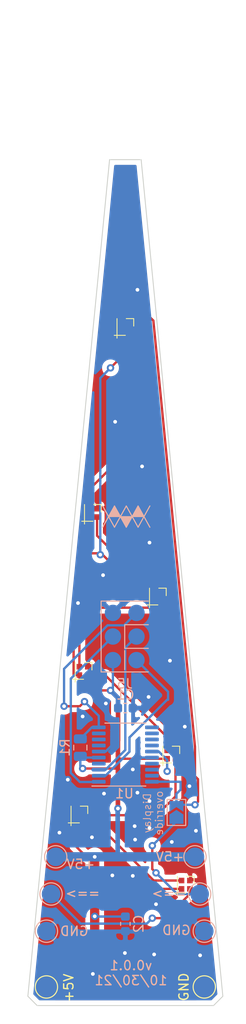
<source format=kicad_pcb>
(kicad_pcb (version 20171130) (host pcbnew "(5.1.6)-1")

  (general
    (thickness 1.6)
    (drawings 20)
    (tracks 194)
    (zones 0)
    (modules 22)
    (nets 27)
  )

  (page A4)
  (layers
    (0 F.Cu signal)
    (31 B.Cu signal)
    (32 B.Adhes user)
    (33 F.Adhes user)
    (34 B.Paste user)
    (35 F.Paste user)
    (36 B.SilkS user)
    (37 F.SilkS user)
    (38 B.Mask user)
    (39 F.Mask user)
    (40 Dwgs.User user)
    (41 Cmts.User user)
    (42 Eco1.User user)
    (43 Eco2.User user)
    (44 Edge.Cuts user)
    (45 Margin user)
    (46 B.CrtYd user)
    (47 F.CrtYd user)
    (48 B.Fab user)
    (49 F.Fab user)
  )

  (setup
    (last_trace_width 0.25)
    (user_trace_width 0.2)
    (user_trace_width 0.5)
    (user_trace_width 1)
    (trace_clearance 0.2)
    (zone_clearance 0.508)
    (zone_45_only no)
    (trace_min 0.2)
    (via_size 0.8)
    (via_drill 0.4)
    (via_min_size 0.4)
    (via_min_drill 0.3)
    (user_via 0.51 0.3)
    (user_via 1 0.5)
    (uvia_size 0.3)
    (uvia_drill 0.1)
    (uvias_allowed no)
    (uvia_min_size 0.2)
    (uvia_min_drill 0.1)
    (edge_width 0.05)
    (segment_width 0.2)
    (pcb_text_width 0.3)
    (pcb_text_size 1.5 1.5)
    (mod_edge_width 0.12)
    (mod_text_size 1 1)
    (mod_text_width 0.15)
    (pad_size 1.524 1.524)
    (pad_drill 0.762)
    (pad_to_mask_clearance 0.05)
    (aux_axis_origin 0 0)
    (visible_elements 7FFFFF7F)
    (pcbplotparams
      (layerselection 0x010fc_ffffffff)
      (usegerberextensions false)
      (usegerberattributes true)
      (usegerberadvancedattributes true)
      (creategerberjobfile true)
      (excludeedgelayer true)
      (linewidth 0.100000)
      (plotframeref false)
      (viasonmask false)
      (mode 1)
      (useauxorigin false)
      (hpglpennumber 1)
      (hpglpenspeed 20)
      (hpglpendiameter 15.000000)
      (psnegative false)
      (psa4output false)
      (plotreference true)
      (plotvalue true)
      (plotinvisibletext false)
      (padsonsilk false)
      (subtractmaskfromsilk false)
      (outputformat 1)
      (mirror false)
      (drillshape 0)
      (scaleselection 1)
      (outputdirectory "gbr/"))
  )

  (net 0 "")
  (net 1 /+5V)
  (net 2 /GND)
  (net 3 /DINT)
  (net 4 "Net-(D1-Pad1)")
  (net 5 "Net-(D2-Pad1)")
  (net 6 "Net-(D3-Pad1)")
  (net 7 "Net-(D4-Pad1)")
  (net 8 "Net-(D5-Pad1)")
  (net 9 "Net-(D6-Pad1)")
  (net 10 /DOUT)
  (net 11 /DIN_NC)
  (net 12 /~RST)
  (net 13 /MOSI)
  (net 14 /SCK)
  (net 15 /MISO)
  (net 16 "Net-(U1-Pad19)")
  (net 17 "Net-(U1-Pad18)")
  (net 18 "Net-(U1-Pad17)")
  (net 19 "Net-(U1-Pad14)")
  (net 20 "Net-(U1-Pad13)")
  (net 21 "Net-(U1-Pad12)")
  (net 22 "Net-(U1-Pad11)")
  (net 23 "Net-(U1-Pad9)")
  (net 24 "Net-(U1-Pad8)")
  (net 25 "Net-(U1-Pad7)")
  (net 26 "Net-(U1-Pad4)")

  (net_class Default "This is the default net class."
    (clearance 0.2)
    (trace_width 0.25)
    (via_dia 0.8)
    (via_drill 0.4)
    (uvia_dia 0.3)
    (uvia_drill 0.1)
    (add_net /+5V)
    (add_net /DINT)
    (add_net /DIN_NC)
    (add_net /DOUT)
    (add_net /GND)
    (add_net /MISO)
    (add_net /MOSI)
    (add_net /SCK)
    (add_net /~RST)
    (add_net "Net-(D1-Pad1)")
    (add_net "Net-(D2-Pad1)")
    (add_net "Net-(D3-Pad1)")
    (add_net "Net-(D4-Pad1)")
    (add_net "Net-(D5-Pad1)")
    (add_net "Net-(D6-Pad1)")
    (add_net "Net-(U1-Pad11)")
    (add_net "Net-(U1-Pad12)")
    (add_net "Net-(U1-Pad13)")
    (add_net "Net-(U1-Pad14)")
    (add_net "Net-(U1-Pad17)")
    (add_net "Net-(U1-Pad18)")
    (add_net "Net-(U1-Pad19)")
    (add_net "Net-(U1-Pad4)")
    (add_net "Net-(U1-Pad7)")
    (add_net "Net-(U1-Pad8)")
    (add_net "Net-(U1-Pad9)")
  )

  (module WM_lib:pogo_pads_2x03_p2.54mm (layer B.Cu) (tedit 6140BFEE) (tstamp 614BE79B)
    (at 40.43 120.3)
    (path /614CF7E6)
    (fp_text reference J5 (at 0 5.08) (layer B.SilkS)
      (effects (font (size 1 1) (thickness 0.15)) (justify mirror))
    )
    (fp_text value AVR-ISP-6 (at 0 -5.85) (layer B.Fab)
      (effects (font (size 1 1) (thickness 0.15)) (justify mirror))
    )
    (fp_line (start 0 3.556) (end 0 1.524) (layer B.SilkS) (width 0.12))
    (fp_line (start -2.54 3.81) (end -2.54 -3.81) (layer B.CrtYd) (width 0.12))
    (fp_line (start -2.54 -3.81) (end 2.54 -3.81) (layer B.CrtYd) (width 0.12))
    (fp_line (start 2.54 -3.81) (end 2.54 3.81) (layer B.CrtYd) (width 0.12))
    (fp_line (start 2.54 3.81) (end -2.54 3.81) (layer B.CrtYd) (width 0.12))
    (fp_line (start 0 1.27) (end 2.54 1.27) (layer B.SilkS) (width 0.12))
    (fp_line (start 0 1.27) (end 0 -1.27) (layer B.SilkS) (width 0.12))
    (fp_line (start 0 -1.27) (end 2.54 -1.27) (layer B.SilkS) (width 0.12))
    (fp_line (start -2.54 3.81) (end 2.54 3.81) (layer B.SilkS) (width 0.12))
    (fp_line (start -2.54 3.81) (end -2.54 -3.81) (layer B.SilkS) (width 0.12))
    (fp_line (start 2.54 -3.81) (end -2.54 -3.81) (layer B.SilkS) (width 0.12))
    (pad 6 smd circle (at -1.27 -2.54) (size 1.76 1.76) (layers B.Cu B.Paste B.Mask)
      (net 2 /GND))
    (pad 5 smd circle (at 1.27 -2.54) (size 1.76 1.76) (layers B.Cu B.Paste B.Mask)
      (net 12 /~RST))
    (pad 4 smd circle (at -1.27 0) (size 1.76 1.76) (layers B.Cu B.Paste B.Mask)
      (net 13 /MOSI))
    (pad 3 smd circle (at 1.27 0) (size 1.76 1.76) (layers B.Cu B.Paste B.Mask)
      (net 14 /SCK))
    (pad 1 smd circle (at 1.27 2.54) (size 1.76 1.76) (layers B.Cu B.Paste B.Mask)
      (net 15 /MISO))
    (pad 2 smd circle (at -1.27 2.54) (size 1.76 1.76) (layers B.Cu B.Paste B.Mask)
      (net 1 /+5V))
  )

  (module Package_SO:TSSOP-20_4.4x6.5mm_P0.65mm (layer B.Cu) (tedit 5E476F32) (tstamp 614BE800)
    (at 40.5 133)
    (descr "TSSOP, 20 Pin (JEDEC MO-153 Var AC https://www.jedec.org/document_search?search_api_views_fulltext=MO-153), generated with kicad-footprint-generator ipc_gullwing_generator.py")
    (tags "TSSOP SO")
    (path /614BDC16)
    (attr smd)
    (fp_text reference U1 (at -0.1 4.2) (layer B.SilkS)
      (effects (font (size 1 1) (thickness 0.15)) (justify mirror))
    )
    (fp_text value ATtiny461A-XU (at 0 -4.2) (layer B.Fab)
      (effects (font (size 1 1) (thickness 0.15)) (justify mirror))
    )
    (fp_line (start 0 -3.385) (end 2.2 -3.385) (layer B.SilkS) (width 0.12))
    (fp_line (start 0 -3.385) (end -2.2 -3.385) (layer B.SilkS) (width 0.12))
    (fp_line (start 0 3.385) (end 2.2 3.385) (layer B.SilkS) (width 0.12))
    (fp_line (start 0 3.385) (end -3.6 3.385) (layer B.SilkS) (width 0.12))
    (fp_line (start -1.2 3.25) (end 2.2 3.25) (layer B.Fab) (width 0.1))
    (fp_line (start 2.2 3.25) (end 2.2 -3.25) (layer B.Fab) (width 0.1))
    (fp_line (start 2.2 -3.25) (end -2.2 -3.25) (layer B.Fab) (width 0.1))
    (fp_line (start -2.2 -3.25) (end -2.2 2.25) (layer B.Fab) (width 0.1))
    (fp_line (start -2.2 2.25) (end -1.2 3.25) (layer B.Fab) (width 0.1))
    (fp_line (start -3.85 3.5) (end -3.85 -3.5) (layer B.CrtYd) (width 0.05))
    (fp_line (start -3.85 -3.5) (end 3.85 -3.5) (layer B.CrtYd) (width 0.05))
    (fp_line (start 3.85 -3.5) (end 3.85 3.5) (layer B.CrtYd) (width 0.05))
    (fp_line (start 3.85 3.5) (end -3.85 3.5) (layer B.CrtYd) (width 0.05))
    (fp_text user %R (at 0 0) (layer B.Fab)
      (effects (font (size 1 1) (thickness 0.15)) (justify mirror))
    )
    (pad 20 smd roundrect (at 2.8625 2.925) (size 1.475 0.4) (layers B.Cu B.Paste B.Mask) (roundrect_rratio 0.25)
      (net 3 /DINT))
    (pad 19 smd roundrect (at 2.8625 2.275) (size 1.475 0.4) (layers B.Cu B.Paste B.Mask) (roundrect_rratio 0.25)
      (net 16 "Net-(U1-Pad19)"))
    (pad 18 smd roundrect (at 2.8625 1.625) (size 1.475 0.4) (layers B.Cu B.Paste B.Mask) (roundrect_rratio 0.25)
      (net 17 "Net-(U1-Pad18)"))
    (pad 17 smd roundrect (at 2.8625 0.975) (size 1.475 0.4) (layers B.Cu B.Paste B.Mask) (roundrect_rratio 0.25)
      (net 18 "Net-(U1-Pad17)"))
    (pad 16 smd roundrect (at 2.8625 0.325) (size 1.475 0.4) (layers B.Cu B.Paste B.Mask) (roundrect_rratio 0.25)
      (net 2 /GND))
    (pad 15 smd roundrect (at 2.8625 -0.325) (size 1.475 0.4) (layers B.Cu B.Paste B.Mask) (roundrect_rratio 0.25)
      (net 1 /+5V))
    (pad 14 smd roundrect (at 2.8625 -0.975) (size 1.475 0.4) (layers B.Cu B.Paste B.Mask) (roundrect_rratio 0.25)
      (net 19 "Net-(U1-Pad14)"))
    (pad 13 smd roundrect (at 2.8625 -1.625) (size 1.475 0.4) (layers B.Cu B.Paste B.Mask) (roundrect_rratio 0.25)
      (net 20 "Net-(U1-Pad13)"))
    (pad 12 smd roundrect (at 2.8625 -2.275) (size 1.475 0.4) (layers B.Cu B.Paste B.Mask) (roundrect_rratio 0.25)
      (net 21 "Net-(U1-Pad12)"))
    (pad 11 smd roundrect (at 2.8625 -2.925) (size 1.475 0.4) (layers B.Cu B.Paste B.Mask) (roundrect_rratio 0.25)
      (net 22 "Net-(U1-Pad11)"))
    (pad 10 smd roundrect (at -2.8625 -2.925) (size 1.475 0.4) (layers B.Cu B.Paste B.Mask) (roundrect_rratio 0.25)
      (net 12 /~RST))
    (pad 9 smd roundrect (at -2.8625 -2.275) (size 1.475 0.4) (layers B.Cu B.Paste B.Mask) (roundrect_rratio 0.25)
      (net 23 "Net-(U1-Pad9)"))
    (pad 8 smd roundrect (at -2.8625 -1.625) (size 1.475 0.4) (layers B.Cu B.Paste B.Mask) (roundrect_rratio 0.25)
      (net 24 "Net-(U1-Pad8)"))
    (pad 7 smd roundrect (at -2.8625 -0.975) (size 1.475 0.4) (layers B.Cu B.Paste B.Mask) (roundrect_rratio 0.25)
      (net 25 "Net-(U1-Pad7)"))
    (pad 6 smd roundrect (at -2.8625 -0.325) (size 1.475 0.4) (layers B.Cu B.Paste B.Mask) (roundrect_rratio 0.25)
      (net 2 /GND))
    (pad 5 smd roundrect (at -2.8625 0.325) (size 1.475 0.4) (layers B.Cu B.Paste B.Mask) (roundrect_rratio 0.25)
      (net 1 /+5V))
    (pad 4 smd roundrect (at -2.8625 0.975) (size 1.475 0.4) (layers B.Cu B.Paste B.Mask) (roundrect_rratio 0.25)
      (net 26 "Net-(U1-Pad4)"))
    (pad 3 smd roundrect (at -2.8625 1.625) (size 1.475 0.4) (layers B.Cu B.Paste B.Mask) (roundrect_rratio 0.25)
      (net 14 /SCK))
    (pad 2 smd roundrect (at -2.8625 2.275) (size 1.475 0.4) (layers B.Cu B.Paste B.Mask) (roundrect_rratio 0.25)
      (net 15 /MISO))
    (pad 1 smd roundrect (at -2.8625 2.925) (size 1.475 0.4) (layers B.Cu B.Paste B.Mask) (roundrect_rratio 0.25)
      (net 13 /MOSI))
    (model ${KISYS3DMOD}/Package_SO.3dshapes/TSSOP-20_4.4x6.5mm_P0.65mm.wrl
      (at (xyz 0 0 0))
      (scale (xyz 1 1 1))
      (rotate (xyz 0 0 0))
    )
  )

  (module WM_lib:Logo_WM (layer B.Cu) (tedit 5EA02B73) (tstamp 614EE9FE)
    (at 40.6 107.4)
    (fp_text reference REF** (at 0 2.286) (layer B.SilkS) hide
      (effects (font (size 1 1) (thickness 0.15)) (justify mirror))
    )
    (fp_text value Logo_WM (at 0 -2.032) (layer B.Fab)
      (effects (font (size 1 1) (thickness 0.15)) (justify mirror))
    )
    (fp_line (start 0 1.143) (end -0.635 0) (layer B.SilkS) (width 0.12))
    (fp_line (start -0.635 0) (end 0 -1.143) (layer B.SilkS) (width 0.12))
    (fp_line (start 0 -1.143) (end 0.635 0) (layer B.SilkS) (width 0.12))
    (fp_line (start 0.635 0) (end 0 1.143) (layer B.SilkS) (width 0.12))
    (fp_line (start 1.905 0) (end 1.27 1.143) (layer B.SilkS) (width 0.12))
    (fp_line (start 1.27 -1.143) (end 1.905 0) (layer B.SilkS) (width 0.12))
    (fp_line (start 0.635 0) (end 1.27 -1.143) (layer B.SilkS) (width 0.12))
    (fp_line (start 1.27 1.143) (end 0.635 0) (layer B.SilkS) (width 0.12))
    (fp_line (start -1.27 -1.143) (end -0.635 0) (layer B.SilkS) (width 0.12))
    (fp_line (start -1.27 1.143) (end -1.905 0) (layer B.SilkS) (width 0.12))
    (fp_line (start -1.905 0) (end -1.27 -1.143) (layer B.SilkS) (width 0.12))
    (fp_line (start -0.635 0) (end -1.27 1.143) (layer B.SilkS) (width 0.12))
    (fp_line (start -1.905 0) (end -2.54 1.143) (layer B.SilkS) (width 0.12))
    (fp_line (start -2.54 -1.143) (end -1.905 0) (layer B.SilkS) (width 0.12))
    (fp_line (start 2.54 1.143) (end 1.905 0) (layer B.SilkS) (width 0.12))
    (fp_line (start 1.905 0) (end 2.54 -1.143) (layer B.SilkS) (width 0.12))
    (fp_poly (pts (xy -1.905 0) (xy -0.635 0) (xy -1.27 -1.143)) (layer B.SilkS) (width 0.1))
    (fp_poly (pts (xy -0.635 0) (xy 0.635 0) (xy 0 1.143)) (layer B.SilkS) (width 0.1))
    (fp_poly (pts (xy 0.635 0) (xy 1.905 0) (xy 1.27 -1.143)) (layer B.SilkS) (width 0.1))
  )

  (module LED_SMD:LED_SK6805_PLCC4_1.5x1.5mm_P0.65mm (layer F.Cu) (tedit 5E888B7E) (tstamp 614BE766)
    (at 47 147 90)
    (descr https://cdn-shop.adafruit.com/product-files/3484/3484_Datasheet.pdf)
    (tags "LED RGB NeoPixel Nano")
    (path /614F845F)
    (attr smd)
    (fp_text reference D7 (at 0 -2.2 90) (layer F.SilkS) hide
      (effects (font (size 1 1) (thickness 0.15)))
    )
    (fp_text value ARGB (at 0 2.7 90) (layer F.Fab)
      (effects (font (size 1 1) (thickness 0.15)))
    )
    (fp_line (start 0.8 -0.8) (end -0.8 -0.8) (layer F.CrtYd) (width 0.05))
    (fp_line (start 0.8 0.8) (end 0.8 -0.8) (layer F.CrtYd) (width 0.05))
    (fp_line (start -0.8 0.8) (end 0.8 0.8) (layer F.CrtYd) (width 0.05))
    (fp_line (start -0.8 -0.8) (end -0.8 0.8) (layer F.CrtYd) (width 0.05))
    (fp_line (start 0.1 0.9) (end 0.9 0.9) (layer F.SilkS) (width 0.1))
    (fp_line (start 0.9 0.9) (end 0.9 0.1) (layer F.SilkS) (width 0.1))
    (fp_line (start -0.9 0) (end -0.9 -1.2) (layer F.SilkS) (width 0.1))
    (fp_line (start -1.2 -0.9) (end 0.9 -0.9) (layer F.SilkS) (width 0.1))
    (fp_line (start 0.9 -0.45) (end 1.1 -0.65) (layer Cmts.User) (width 0.12))
    (fp_line (start 0.9 -0.45) (end 1.4 -0.45) (layer Cmts.User) (width 0.12))
    (fp_line (start -1.4 0.45) (end -0.9 0.45) (layer Cmts.User) (width 0.12))
    (fp_line (start -1.4 0.45) (end -1.2 0.25) (layer Cmts.User) (width 0.12))
    (fp_text user %R (at 0 0 270) (layer F.Fab)
      (effects (font (size 0.4 0.4) (thickness 0.08)))
    )
    (pad 2 smd rect (at 0.45 0.45 270) (size 0.6 0.6) (layers F.Cu F.Paste F.Mask)
      (net 2 /GND))
    (pad 3 smd rect (at 0.45 -0.45 270) (size 0.6 0.6) (layers F.Cu F.Paste F.Mask)
      (net 9 "Net-(D6-Pad1)"))
    (pad 1 smd rect (at -0.45 0.45 270) (size 0.6 0.6) (layers F.Cu F.Paste F.Mask)
      (net 10 /DOUT))
    (pad 4 smd rect (at -0.45 -0.45 270) (size 0.6 0.6) (layers F.Cu F.Paste F.Mask)
      (net 1 /+5V))
    (model Z:/project/kicad/custom_libs/models/LED.3dshapes/EAST1616RGBA0.IGS
      (at (xyz 0 0 0))
      (scale (xyz 1 1 1))
      (rotate (xyz 0 0 0))
    )
  )

  (module LED_SMD:LED_SK6805_PLCC4_1.5x1.5mm_P0.65mm (layer F.Cu) (tedit 5E888B7E) (tstamp 614BE751)
    (at 35.55 139.45 90)
    (descr https://cdn-shop.adafruit.com/product-files/3484/3484_Datasheet.pdf)
    (tags "LED RGB NeoPixel Nano")
    (path /614F8458)
    (attr smd)
    (fp_text reference D6 (at 0 -2.2 90) (layer F.SilkS) hide
      (effects (font (size 1 1) (thickness 0.15)))
    )
    (fp_text value ARGB (at 0 2.7 90) (layer F.Fab)
      (effects (font (size 1 1) (thickness 0.15)))
    )
    (fp_line (start 0.8 -0.8) (end -0.8 -0.8) (layer F.CrtYd) (width 0.05))
    (fp_line (start 0.8 0.8) (end 0.8 -0.8) (layer F.CrtYd) (width 0.05))
    (fp_line (start -0.8 0.8) (end 0.8 0.8) (layer F.CrtYd) (width 0.05))
    (fp_line (start -0.8 -0.8) (end -0.8 0.8) (layer F.CrtYd) (width 0.05))
    (fp_line (start 0.1 0.9) (end 0.9 0.9) (layer F.SilkS) (width 0.1))
    (fp_line (start 0.9 0.9) (end 0.9 0.1) (layer F.SilkS) (width 0.1))
    (fp_line (start -0.9 0) (end -0.9 -1.2) (layer F.SilkS) (width 0.1))
    (fp_line (start -1.2 -0.9) (end 0.9 -0.9) (layer F.SilkS) (width 0.1))
    (fp_line (start 0.9 -0.45) (end 1.1 -0.65) (layer Cmts.User) (width 0.12))
    (fp_line (start 0.9 -0.45) (end 1.4 -0.45) (layer Cmts.User) (width 0.12))
    (fp_line (start -1.4 0.45) (end -0.9 0.45) (layer Cmts.User) (width 0.12))
    (fp_line (start -1.4 0.45) (end -1.2 0.25) (layer Cmts.User) (width 0.12))
    (fp_text user %R (at 0 0 90) (layer F.Fab)
      (effects (font (size 0.4 0.4) (thickness 0.08)))
    )
    (pad 2 smd rect (at 0.45 0.45 270) (size 0.6 0.6) (layers F.Cu F.Paste F.Mask)
      (net 2 /GND))
    (pad 3 smd rect (at 0.45 -0.45 270) (size 0.6 0.6) (layers F.Cu F.Paste F.Mask)
      (net 8 "Net-(D5-Pad1)"))
    (pad 1 smd rect (at -0.45 0.45 270) (size 0.6 0.6) (layers F.Cu F.Paste F.Mask)
      (net 9 "Net-(D6-Pad1)"))
    (pad 4 smd rect (at -0.45 -0.45 270) (size 0.6 0.6) (layers F.Cu F.Paste F.Mask)
      (net 1 /+5V))
    (model Z:/project/kicad/custom_libs/models/LED.3dshapes/EAST1616RGBA0.IGS
      (at (xyz 0 0 0))
      (scale (xyz 1 1 1))
      (rotate (xyz 0 0 0))
    )
  )

  (module Resistor_SMD:R_0805_2012Metric (layer B.Cu) (tedit 5B36C52B) (tstamp 614BE7DA)
    (at 35.65 132.25 270)
    (descr "Resistor SMD 0805 (2012 Metric), square (rectangular) end terminal, IPC_7351 nominal, (Body size source: https://docs.google.com/spreadsheets/d/1BsfQQcO9C6DZCsRaXUlFlo91Tg2WpOkGARC1WS5S8t0/edit?usp=sharing), generated with kicad-footprint-generator")
    (tags resistor)
    (path /614D12B1)
    (attr smd)
    (fp_text reference R1 (at 0 1.65 90) (layer B.SilkS)
      (effects (font (size 1 1) (thickness 0.15)) (justify mirror))
    )
    (fp_text value 10kR (at 0 -1.65 90) (layer B.Fab)
      (effects (font (size 1 1) (thickness 0.15)) (justify mirror))
    )
    (fp_line (start -1 -0.6) (end -1 0.6) (layer B.Fab) (width 0.1))
    (fp_line (start -1 0.6) (end 1 0.6) (layer B.Fab) (width 0.1))
    (fp_line (start 1 0.6) (end 1 -0.6) (layer B.Fab) (width 0.1))
    (fp_line (start 1 -0.6) (end -1 -0.6) (layer B.Fab) (width 0.1))
    (fp_line (start -0.258578 0.71) (end 0.258578 0.71) (layer B.SilkS) (width 0.12))
    (fp_line (start -0.258578 -0.71) (end 0.258578 -0.71) (layer B.SilkS) (width 0.12))
    (fp_line (start -1.68 -0.95) (end -1.68 0.95) (layer B.CrtYd) (width 0.05))
    (fp_line (start -1.68 0.95) (end 1.68 0.95) (layer B.CrtYd) (width 0.05))
    (fp_line (start 1.68 0.95) (end 1.68 -0.95) (layer B.CrtYd) (width 0.05))
    (fp_line (start 1.68 -0.95) (end -1.68 -0.95) (layer B.CrtYd) (width 0.05))
    (fp_text user %R (at 0 0 90) (layer B.Fab)
      (effects (font (size 0.5 0.5) (thickness 0.08)) (justify mirror))
    )
    (pad 2 smd roundrect (at 0.9375 0 270) (size 0.975 1.4) (layers B.Cu B.Paste B.Mask) (roundrect_rratio 0.25)
      (net 1 /+5V))
    (pad 1 smd roundrect (at -0.9375 0 270) (size 0.975 1.4) (layers B.Cu B.Paste B.Mask) (roundrect_rratio 0.25)
      (net 12 /~RST))
    (model ${KISYS3DMOD}/Resistor_SMD.3dshapes/R_0805_2012Metric.wrl
      (at (xyz 0 0 0))
      (scale (xyz 1 1 1))
      (rotate (xyz 0 0 0))
    )
  )

  (module Jumper:SolderJumper-2_P1.3mm_Open_TrianglePad1.0x1.5mm (layer B.Cu) (tedit 5A64794F) (tstamp 614BE7C9)
    (at 46 139.225 90)
    (descr "SMD Solder Jumper, 1x1.5mm Triangular Pads, 0.3mm gap, open")
    (tags "solder jumper open")
    (path /614CCB61)
    (attr virtual)
    (fp_text reference JP1 (at 0 1.8 90) (layer B.SilkS) hide
      (effects (font (size 1 1) (thickness 0.15)) (justify mirror))
    )
    (fp_text value Jumper_2_Open (at 0 -1.9 90) (layer B.Fab) hide
      (effects (font (size 1 1) (thickness 0.15)) (justify mirror))
    )
    (fp_line (start -1.4 -1) (end -1.4 1) (layer B.SilkS) (width 0.12))
    (fp_line (start 1.4 -1) (end -1.4 -1) (layer B.SilkS) (width 0.12))
    (fp_line (start 1.4 1) (end 1.4 -1) (layer B.SilkS) (width 0.12))
    (fp_line (start -1.4 1) (end 1.4 1) (layer B.SilkS) (width 0.12))
    (fp_line (start -1.65 1.25) (end 1.65 1.25) (layer B.CrtYd) (width 0.05))
    (fp_line (start -1.65 1.25) (end -1.65 -1.25) (layer B.CrtYd) (width 0.05))
    (fp_line (start 1.65 -1.25) (end 1.65 1.25) (layer B.CrtYd) (width 0.05))
    (fp_line (start 1.65 -1.25) (end -1.65 -1.25) (layer B.CrtYd) (width 0.05))
    (pad 1 smd custom (at -0.725 0 90) (size 0.3 0.3) (layers B.Cu B.Mask)
      (net 11 /DIN_NC) (zone_connect 2)
      (options (clearance outline) (anchor rect))
      (primitives
        (gr_poly (pts
           (xy -0.5 0.75) (xy 0.5 0.75) (xy 1 0) (xy 0.5 -0.75) (xy -0.5 -0.75)
) (width 0))
      ))
    (pad 2 smd custom (at 0.725 0 90) (size 0.3 0.3) (layers B.Cu B.Mask)
      (net 3 /DINT) (zone_connect 2)
      (options (clearance outline) (anchor rect))
      (primitives
        (gr_poly (pts
           (xy -0.65 0.75) (xy 0.5 0.75) (xy 0.5 -0.75) (xy -0.65 -0.75) (xy -0.15 0)
) (width 0))
      ))
  )

  (module TestPoint:TestPoint_Pad_D2.0mm (layer F.Cu) (tedit 5A0F774F) (tstamp 614BE7BB)
    (at 49 158)
    (descr "SMD pad as test Point, diameter 2.0mm")
    (tags "test point SMD pad")
    (path /614BEFD4)
    (attr virtual)
    (fp_text reference J9 (at 0 -1.998) (layer F.SilkS) hide
      (effects (font (size 1 1) (thickness 0.15)))
    )
    (fp_text value Conn (at 0 2.05) (layer F.Fab)
      (effects (font (size 1 1) (thickness 0.15)))
    )
    (fp_circle (center 0 0) (end 1.5 0) (layer F.CrtYd) (width 0.05))
    (fp_circle (center 0 0) (end 0 1.2) (layer F.SilkS) (width 0.12))
    (fp_text user %R (at 0 -2) (layer F.Fab)
      (effects (font (size 1 1) (thickness 0.15)))
    )
    (pad 1 smd circle (at 0 0) (size 2 2) (layers F.Cu F.Mask)
      (net 2 /GND))
  )

  (module TestPoint:TestPoint_Pad_D2.0mm (layer F.Cu) (tedit 5A0F774F) (tstamp 614BE7B3)
    (at 32 158)
    (descr "SMD pad as test Point, diameter 2.0mm")
    (tags "test point SMD pad")
    (path /614BEB19)
    (attr virtual)
    (fp_text reference J8 (at 0 -1.998) (layer F.SilkS) hide
      (effects (font (size 1 1) (thickness 0.15)))
    )
    (fp_text value Conn (at 0 2.05) (layer F.Fab)
      (effects (font (size 1 1) (thickness 0.15)))
    )
    (fp_circle (center 0 0) (end 1.5 0) (layer F.CrtYd) (width 0.05))
    (fp_circle (center 0 0) (end 0 1.2) (layer F.SilkS) (width 0.12))
    (fp_text user %R (at 0 -2) (layer F.Fab)
      (effects (font (size 1 1) (thickness 0.15)))
    )
    (pad 1 smd circle (at 0 0) (size 2 2) (layers F.Cu F.Mask)
      (net 1 /+5V))
  )

  (module TestPoint:TestPoint_Pad_D2.0mm (layer B.Cu) (tedit 5A0F774F) (tstamp 614BE7AB)
    (at 49 152)
    (descr "SMD pad as test Point, diameter 2.0mm")
    (tags "test point SMD pad")
    (path /614C5D99)
    (attr virtual)
    (fp_text reference J7 (at 0 1.998) (layer B.SilkS) hide
      (effects (font (size 1 1) (thickness 0.15)) (justify mirror))
    )
    (fp_text value Conn (at 0 -2.05) (layer B.Fab)
      (effects (font (size 1 1) (thickness 0.15)) (justify mirror))
    )
    (fp_circle (center 0 0) (end 1.5 0) (layer B.CrtYd) (width 0.05))
    (fp_circle (center 0 0) (end 0 -1.2) (layer B.SilkS) (width 0.12))
    (fp_text user %R (at 0 2) (layer B.Fab)
      (effects (font (size 1 1) (thickness 0.15)) (justify mirror))
    )
    (pad 1 smd circle (at 0 0) (size 2 2) (layers B.Cu B.Mask)
      (net 2 /GND))
  )

  (module TestPoint:TestPoint_Pad_D2.0mm (layer B.Cu) (tedit 5A0F774F) (tstamp 614BE7A3)
    (at 32 152)
    (descr "SMD pad as test Point, diameter 2.0mm")
    (tags "test point SMD pad")
    (path /614C41F1)
    (attr virtual)
    (fp_text reference J6 (at 0 1.998) (layer B.SilkS) hide
      (effects (font (size 1 1) (thickness 0.15)) (justify mirror))
    )
    (fp_text value Conn (at 0 -2.05) (layer B.Fab)
      (effects (font (size 1 1) (thickness 0.15)) (justify mirror))
    )
    (fp_circle (center 0 0) (end 1.5 0) (layer B.CrtYd) (width 0.05))
    (fp_circle (center 0 0) (end 0 -1.2) (layer B.SilkS) (width 0.12))
    (fp_text user %R (at 0 2) (layer B.Fab)
      (effects (font (size 1 1) (thickness 0.15)) (justify mirror))
    )
    (pad 1 smd circle (at 0 0) (size 2 2) (layers B.Cu B.Mask)
      (net 2 /GND))
  )

  (module TestPoint:TestPoint_Pad_D2.0mm (layer B.Cu) (tedit 5A0F774F) (tstamp 614BE786)
    (at 48.5 148)
    (descr "SMD pad as test Point, diameter 2.0mm")
    (tags "test point SMD pad")
    (path /614C9577)
    (attr virtual)
    (fp_text reference J4 (at 0 1.998) (layer B.SilkS) hide
      (effects (font (size 1 1) (thickness 0.15)) (justify mirror))
    )
    (fp_text value Conn (at 0 -2.05) (layer B.Fab)
      (effects (font (size 1 1) (thickness 0.15)) (justify mirror))
    )
    (fp_circle (center 0 0) (end 1.5 0) (layer B.CrtYd) (width 0.05))
    (fp_circle (center 0 0) (end 0 -1.2) (layer B.SilkS) (width 0.12))
    (fp_text user %R (at 0 2) (layer B.Fab)
      (effects (font (size 1 1) (thickness 0.15)) (justify mirror))
    )
    (pad 1 smd circle (at 0 0) (size 2 2) (layers B.Cu B.Mask)
      (net 11 /DIN_NC))
  )

  (module TestPoint:TestPoint_Pad_D2.0mm (layer B.Cu) (tedit 5A0F774F) (tstamp 614BE77E)
    (at 32.5 148)
    (descr "SMD pad as test Point, diameter 2.0mm")
    (tags "test point SMD pad")
    (path /614C956F)
    (attr virtual)
    (fp_text reference J3 (at 0 1.998) (layer B.SilkS) hide
      (effects (font (size 1 1) (thickness 0.15)) (justify mirror))
    )
    (fp_text value Conn (at 0 -2.05) (layer B.Fab)
      (effects (font (size 1 1) (thickness 0.15)) (justify mirror))
    )
    (fp_circle (center 0 0) (end 1.5 0) (layer B.CrtYd) (width 0.05))
    (fp_circle (center 0 0) (end 0 -1.2) (layer B.SilkS) (width 0.12))
    (fp_text user %R (at 0 2) (layer B.Fab)
      (effects (font (size 1 1) (thickness 0.15)) (justify mirror))
    )
    (pad 1 smd circle (at 0 0) (size 2 2) (layers B.Cu B.Mask)
      (net 10 /DOUT))
  )

  (module TestPoint:TestPoint_Pad_D2.0mm (layer B.Cu) (tedit 5A0F774F) (tstamp 614BE776)
    (at 48 144)
    (descr "SMD pad as test Point, diameter 2.0mm")
    (tags "test point SMD pad")
    (path /614C5D93)
    (attr virtual)
    (fp_text reference J2 (at 0 1.998) (layer B.SilkS) hide
      (effects (font (size 1 1) (thickness 0.15)) (justify mirror))
    )
    (fp_text value Conn (at 0 -2.05) (layer B.Fab)
      (effects (font (size 1 1) (thickness 0.15)) (justify mirror))
    )
    (fp_circle (center 0 0) (end 1.5 0) (layer B.CrtYd) (width 0.05))
    (fp_circle (center 0 0) (end 0 -1.2) (layer B.SilkS) (width 0.12))
    (fp_text user %R (at 0 2) (layer B.Fab)
      (effects (font (size 1 1) (thickness 0.15)) (justify mirror))
    )
    (pad 1 smd circle (at 0 0) (size 2 2) (layers B.Cu B.Mask)
      (net 1 /+5V))
  )

  (module TestPoint:TestPoint_Pad_D2.0mm (layer B.Cu) (tedit 5A0F774F) (tstamp 614BE76E)
    (at 33 144)
    (descr "SMD pad as test Point, diameter 2.0mm")
    (tags "test point SMD pad")
    (path /614C41EB)
    (attr virtual)
    (fp_text reference J1 (at 0 1.998) (layer B.SilkS) hide
      (effects (font (size 1 1) (thickness 0.15)) (justify mirror))
    )
    (fp_text value Conn (at 0 -2.05) (layer B.Fab)
      (effects (font (size 1 1) (thickness 0.15)) (justify mirror))
    )
    (fp_circle (center 0 0) (end 1.5 0) (layer B.CrtYd) (width 0.05))
    (fp_circle (center 0 0) (end 0 -1.2) (layer B.SilkS) (width 0.12))
    (fp_text user %R (at 0 2) (layer B.Fab)
      (effects (font (size 1 1) (thickness 0.15)) (justify mirror))
    )
    (pad 1 smd circle (at 0 0) (size 2 2) (layers B.Cu B.Mask)
      (net 1 /+5V))
  )

  (module LED_SMD:LED_SK6805_PLCC4_1.5x1.5mm_P0.65mm (layer F.Cu) (tedit 5E888B7E) (tstamp 614BE73C)
    (at 45.45 133 90)
    (descr https://cdn-shop.adafruit.com/product-files/3484/3484_Datasheet.pdf)
    (tags "LED RGB NeoPixel Nano")
    (path /614F8452)
    (attr smd)
    (fp_text reference D5 (at 0 -2.2 90) (layer F.SilkS) hide
      (effects (font (size 1 1) (thickness 0.15)))
    )
    (fp_text value ARGB (at 0 2.7 90) (layer F.Fab)
      (effects (font (size 1 1) (thickness 0.15)))
    )
    (fp_line (start 0.8 -0.8) (end -0.8 -0.8) (layer F.CrtYd) (width 0.05))
    (fp_line (start 0.8 0.8) (end 0.8 -0.8) (layer F.CrtYd) (width 0.05))
    (fp_line (start -0.8 0.8) (end 0.8 0.8) (layer F.CrtYd) (width 0.05))
    (fp_line (start -0.8 -0.8) (end -0.8 0.8) (layer F.CrtYd) (width 0.05))
    (fp_line (start 0.1 0.9) (end 0.9 0.9) (layer F.SilkS) (width 0.1))
    (fp_line (start 0.9 0.9) (end 0.9 0.1) (layer F.SilkS) (width 0.1))
    (fp_line (start -0.9 0) (end -0.9 -1.2) (layer F.SilkS) (width 0.1))
    (fp_line (start -1.2 -0.9) (end 0.9 -0.9) (layer F.SilkS) (width 0.1))
    (fp_line (start 0.9 -0.45) (end 1.1 -0.65) (layer Cmts.User) (width 0.12))
    (fp_line (start 0.9 -0.45) (end 1.4 -0.45) (layer Cmts.User) (width 0.12))
    (fp_line (start -1.4 0.45) (end -0.9 0.45) (layer Cmts.User) (width 0.12))
    (fp_line (start -1.4 0.45) (end -1.2 0.25) (layer Cmts.User) (width 0.12))
    (fp_text user %R (at 0 0 90) (layer F.Fab)
      (effects (font (size 0.4 0.4) (thickness 0.08)))
    )
    (pad 2 smd rect (at 0.45 0.45 270) (size 0.6 0.6) (layers F.Cu F.Paste F.Mask)
      (net 2 /GND))
    (pad 3 smd rect (at 0.45 -0.45 270) (size 0.6 0.6) (layers F.Cu F.Paste F.Mask)
      (net 7 "Net-(D4-Pad1)"))
    (pad 1 smd rect (at -0.45 0.45 270) (size 0.6 0.6) (layers F.Cu F.Paste F.Mask)
      (net 8 "Net-(D5-Pad1)"))
    (pad 4 smd rect (at -0.45 -0.45 270) (size 0.6 0.6) (layers F.Cu F.Paste F.Mask)
      (net 1 /+5V))
    (model Z:/project/kicad/custom_libs/models/LED.3dshapes/EAST1616RGBA0.IGS
      (at (xyz 0 0 0))
      (scale (xyz 1 1 1))
      (rotate (xyz 0 0 0))
    )
  )

  (module LED_SMD:LED_SK6805_PLCC4_1.5x1.5mm_P0.65mm (layer F.Cu) (tedit 5E888B7E) (tstamp 614BE727)
    (at 36 124 90)
    (descr https://cdn-shop.adafruit.com/product-files/3484/3484_Datasheet.pdf)
    (tags "LED RGB NeoPixel Nano")
    (path /614F1B77)
    (attr smd)
    (fp_text reference D4 (at 0 -2.2 90) (layer F.SilkS) hide
      (effects (font (size 1 1) (thickness 0.15)))
    )
    (fp_text value ARGB (at 0 2.7 90) (layer F.Fab)
      (effects (font (size 1 1) (thickness 0.15)))
    )
    (fp_line (start 0.8 -0.8) (end -0.8 -0.8) (layer F.CrtYd) (width 0.05))
    (fp_line (start 0.8 0.8) (end 0.8 -0.8) (layer F.CrtYd) (width 0.05))
    (fp_line (start -0.8 0.8) (end 0.8 0.8) (layer F.CrtYd) (width 0.05))
    (fp_line (start -0.8 -0.8) (end -0.8 0.8) (layer F.CrtYd) (width 0.05))
    (fp_line (start 0.1 0.9) (end 0.9 0.9) (layer F.SilkS) (width 0.1))
    (fp_line (start 0.9 0.9) (end 0.9 0.1) (layer F.SilkS) (width 0.1))
    (fp_line (start -0.9 0) (end -0.9 -1.2) (layer F.SilkS) (width 0.1))
    (fp_line (start -1.2 -0.9) (end 0.9 -0.9) (layer F.SilkS) (width 0.1))
    (fp_line (start 0.9 -0.45) (end 1.1 -0.65) (layer Cmts.User) (width 0.12))
    (fp_line (start 0.9 -0.45) (end 1.4 -0.45) (layer Cmts.User) (width 0.12))
    (fp_line (start -1.4 0.45) (end -0.9 0.45) (layer Cmts.User) (width 0.12))
    (fp_line (start -1.4 0.45) (end -1.2 0.25) (layer Cmts.User) (width 0.12))
    (fp_text user %R (at 0 0 90) (layer F.Fab)
      (effects (font (size 0.4 0.4) (thickness 0.08)))
    )
    (pad 2 smd rect (at 0.45 0.45 270) (size 0.6 0.6) (layers F.Cu F.Paste F.Mask)
      (net 2 /GND))
    (pad 3 smd rect (at 0.45 -0.45 270) (size 0.6 0.6) (layers F.Cu F.Paste F.Mask)
      (net 6 "Net-(D3-Pad1)"))
    (pad 1 smd rect (at -0.45 0.45 270) (size 0.6 0.6) (layers F.Cu F.Paste F.Mask)
      (net 7 "Net-(D4-Pad1)"))
    (pad 4 smd rect (at -0.45 -0.45 270) (size 0.6 0.6) (layers F.Cu F.Paste F.Mask)
      (net 1 /+5V))
    (model Z:/project/kicad/custom_libs/models/LED.3dshapes/EAST1616RGBA0.IGS
      (at (xyz 0 0 0))
      (scale (xyz 1 1 1))
      (rotate (xyz 0 0 0))
    )
  )

  (module LED_SMD:LED_SK6805_PLCC4_1.5x1.5mm_P0.65mm (layer F.Cu) (tedit 5E888B7E) (tstamp 614BE712)
    (at 44 116 90)
    (descr https://cdn-shop.adafruit.com/product-files/3484/3484_Datasheet.pdf)
    (tags "LED RGB NeoPixel Nano")
    (path /614F1B71)
    (attr smd)
    (fp_text reference D3 (at 0 -2.2 90) (layer F.SilkS) hide
      (effects (font (size 1 1) (thickness 0.15)))
    )
    (fp_text value ARGB (at 0 2.7 90) (layer F.Fab)
      (effects (font (size 1 1) (thickness 0.15)))
    )
    (fp_line (start 0.8 -0.8) (end -0.8 -0.8) (layer F.CrtYd) (width 0.05))
    (fp_line (start 0.8 0.8) (end 0.8 -0.8) (layer F.CrtYd) (width 0.05))
    (fp_line (start -0.8 0.8) (end 0.8 0.8) (layer F.CrtYd) (width 0.05))
    (fp_line (start -0.8 -0.8) (end -0.8 0.8) (layer F.CrtYd) (width 0.05))
    (fp_line (start 0.1 0.9) (end 0.9 0.9) (layer F.SilkS) (width 0.1))
    (fp_line (start 0.9 0.9) (end 0.9 0.1) (layer F.SilkS) (width 0.1))
    (fp_line (start -0.9 0) (end -0.9 -1.2) (layer F.SilkS) (width 0.1))
    (fp_line (start -1.2 -0.9) (end 0.9 -0.9) (layer F.SilkS) (width 0.1))
    (fp_line (start 0.9 -0.45) (end 1.1 -0.65) (layer Cmts.User) (width 0.12))
    (fp_line (start 0.9 -0.45) (end 1.4 -0.45) (layer Cmts.User) (width 0.12))
    (fp_line (start -1.4 0.45) (end -0.9 0.45) (layer Cmts.User) (width 0.12))
    (fp_line (start -1.4 0.45) (end -1.2 0.25) (layer Cmts.User) (width 0.12))
    (fp_text user %R (at 0 0 90) (layer F.Fab)
      (effects (font (size 0.4 0.4) (thickness 0.08)))
    )
    (pad 2 smd rect (at 0.45 0.45 270) (size 0.6 0.6) (layers F.Cu F.Paste F.Mask)
      (net 2 /GND))
    (pad 3 smd rect (at 0.45 -0.45 270) (size 0.6 0.6) (layers F.Cu F.Paste F.Mask)
      (net 5 "Net-(D2-Pad1)"))
    (pad 1 smd rect (at -0.45 0.45 270) (size 0.6 0.6) (layers F.Cu F.Paste F.Mask)
      (net 6 "Net-(D3-Pad1)"))
    (pad 4 smd rect (at -0.45 -0.45 270) (size 0.6 0.6) (layers F.Cu F.Paste F.Mask)
      (net 1 /+5V))
    (model Z:/project/kicad/custom_libs/models/LED.3dshapes/EAST1616RGBA0.IGS
      (at (xyz 0 0 0))
      (scale (xyz 1 1 1))
      (rotate (xyz 0 0 0))
    )
  )

  (module LED_SMD:LED_SK6805_PLCC4_1.5x1.5mm_P0.65mm (layer F.Cu) (tedit 5E888B7E) (tstamp 614BE6FD)
    (at 37 107 90)
    (descr https://cdn-shop.adafruit.com/product-files/3484/3484_Datasheet.pdf)
    (tags "LED RGB NeoPixel Nano")
    (path /614EEBB0)
    (attr smd)
    (fp_text reference D2 (at 0 -2.2 90) (layer F.SilkS) hide
      (effects (font (size 1 1) (thickness 0.15)))
    )
    (fp_text value ARGB (at 0 2.7 90) (layer F.Fab)
      (effects (font (size 1 1) (thickness 0.15)))
    )
    (fp_line (start 0.8 -0.8) (end -0.8 -0.8) (layer F.CrtYd) (width 0.05))
    (fp_line (start 0.8 0.8) (end 0.8 -0.8) (layer F.CrtYd) (width 0.05))
    (fp_line (start -0.8 0.8) (end 0.8 0.8) (layer F.CrtYd) (width 0.05))
    (fp_line (start -0.8 -0.8) (end -0.8 0.8) (layer F.CrtYd) (width 0.05))
    (fp_line (start 0.1 0.9) (end 0.9 0.9) (layer F.SilkS) (width 0.1))
    (fp_line (start 0.9 0.9) (end 0.9 0.1) (layer F.SilkS) (width 0.1))
    (fp_line (start -0.9 0) (end -0.9 -1.2) (layer F.SilkS) (width 0.1))
    (fp_line (start -1.2 -0.9) (end 0.9 -0.9) (layer F.SilkS) (width 0.1))
    (fp_line (start 0.9 -0.45) (end 1.1 -0.65) (layer Cmts.User) (width 0.12))
    (fp_line (start 0.9 -0.45) (end 1.4 -0.45) (layer Cmts.User) (width 0.12))
    (fp_line (start -1.4 0.45) (end -0.9 0.45) (layer Cmts.User) (width 0.12))
    (fp_line (start -1.4 0.45) (end -1.2 0.25) (layer Cmts.User) (width 0.12))
    (fp_text user %R (at 0 0 90) (layer F.Fab)
      (effects (font (size 0.4 0.4) (thickness 0.08)))
    )
    (pad 2 smd rect (at 0.45 0.45 270) (size 0.6 0.6) (layers F.Cu F.Paste F.Mask)
      (net 2 /GND))
    (pad 3 smd rect (at 0.45 -0.45 270) (size 0.6 0.6) (layers F.Cu F.Paste F.Mask)
      (net 4 "Net-(D1-Pad1)"))
    (pad 1 smd rect (at -0.45 0.45 270) (size 0.6 0.6) (layers F.Cu F.Paste F.Mask)
      (net 5 "Net-(D2-Pad1)"))
    (pad 4 smd rect (at -0.45 -0.45 270) (size 0.6 0.6) (layers F.Cu F.Paste F.Mask)
      (net 1 /+5V))
    (model Z:/project/kicad/custom_libs/models/LED.3dshapes/EAST1616RGBA0.IGS
      (at (xyz 0 0 0))
      (scale (xyz 1 1 1))
      (rotate (xyz 0 0 0))
    )
  )

  (module LED_SMD:LED_SK6805_PLCC4_1.5x1.5mm_P0.65mm (layer F.Cu) (tedit 5E888B7E) (tstamp 614BE6E8)
    (at 40.5 87 90)
    (descr https://cdn-shop.adafruit.com/product-files/3484/3484_Datasheet.pdf)
    (tags "LED RGB NeoPixel Nano")
    (path /614E6AB7)
    (attr smd)
    (fp_text reference D1 (at 0 -2.2 90) (layer F.SilkS) hide
      (effects (font (size 1 1) (thickness 0.15)))
    )
    (fp_text value ARGB (at 0 2.7 90) (layer F.Fab)
      (effects (font (size 1 1) (thickness 0.15)))
    )
    (fp_line (start 0.8 -0.8) (end -0.8 -0.8) (layer F.CrtYd) (width 0.05))
    (fp_line (start 0.8 0.8) (end 0.8 -0.8) (layer F.CrtYd) (width 0.05))
    (fp_line (start -0.8 0.8) (end 0.8 0.8) (layer F.CrtYd) (width 0.05))
    (fp_line (start -0.8 -0.8) (end -0.8 0.8) (layer F.CrtYd) (width 0.05))
    (fp_line (start 0.1 0.9) (end 0.9 0.9) (layer F.SilkS) (width 0.1))
    (fp_line (start 0.9 0.9) (end 0.9 0.1) (layer F.SilkS) (width 0.1))
    (fp_line (start -0.9 0) (end -0.9 -1.2) (layer F.SilkS) (width 0.1))
    (fp_line (start -1.2 -0.9) (end 0.9 -0.9) (layer F.SilkS) (width 0.1))
    (fp_line (start 0.9 -0.45) (end 1.1 -0.65) (layer Cmts.User) (width 0.12))
    (fp_line (start 0.9 -0.45) (end 1.4 -0.45) (layer Cmts.User) (width 0.12))
    (fp_line (start -1.4 0.45) (end -0.9 0.45) (layer Cmts.User) (width 0.12))
    (fp_line (start -1.4 0.45) (end -1.2 0.25) (layer Cmts.User) (width 0.12))
    (fp_text user %R (at 0 0 90) (layer F.Fab)
      (effects (font (size 0.4 0.4) (thickness 0.08)))
    )
    (pad 2 smd rect (at 0.45 0.45 270) (size 0.6 0.6) (layers F.Cu F.Paste F.Mask)
      (net 2 /GND))
    (pad 3 smd rect (at 0.45 -0.45 270) (size 0.6 0.6) (layers F.Cu F.Paste F.Mask)
      (net 3 /DINT))
    (pad 1 smd rect (at -0.45 0.45 270) (size 0.6 0.6) (layers F.Cu F.Paste F.Mask)
      (net 4 "Net-(D1-Pad1)"))
    (pad 4 smd rect (at -0.45 -0.45 270) (size 0.6 0.6) (layers F.Cu F.Paste F.Mask)
      (net 1 /+5V))
    (model Z:/project/kicad/custom_libs/models/LED.3dshapes/EAST1616RGBA0.IGS
      (at (xyz 0 0 0))
      (scale (xyz 1 1 1))
      (rotate (xyz 0 0 0))
    )
  )

  (module Capacitor_SMD:C_0603_1608Metric (layer B.Cu) (tedit 5B301BBE) (tstamp 614BE6D3)
    (at 40.5 151.2125 90)
    (descr "Capacitor SMD 0603 (1608 Metric), square (rectangular) end terminal, IPC_7351 nominal, (Body size source: http://www.tortai-tech.com/upload/download/2011102023233369053.pdf), generated with kicad-footprint-generator")
    (tags capacitor)
    (path /61507D6F)
    (attr smd)
    (fp_text reference C2 (at 0 1.43 90) (layer B.SilkS)
      (effects (font (size 1 1) (thickness 0.15)) (justify mirror))
    )
    (fp_text value C (at 0 -1.43 90) (layer B.Fab)
      (effects (font (size 1 1) (thickness 0.15)) (justify mirror))
    )
    (fp_line (start -0.8 -0.4) (end -0.8 0.4) (layer B.Fab) (width 0.1))
    (fp_line (start -0.8 0.4) (end 0.8 0.4) (layer B.Fab) (width 0.1))
    (fp_line (start 0.8 0.4) (end 0.8 -0.4) (layer B.Fab) (width 0.1))
    (fp_line (start 0.8 -0.4) (end -0.8 -0.4) (layer B.Fab) (width 0.1))
    (fp_line (start -0.162779 0.51) (end 0.162779 0.51) (layer B.SilkS) (width 0.12))
    (fp_line (start -0.162779 -0.51) (end 0.162779 -0.51) (layer B.SilkS) (width 0.12))
    (fp_line (start -1.48 -0.73) (end -1.48 0.73) (layer B.CrtYd) (width 0.05))
    (fp_line (start -1.48 0.73) (end 1.48 0.73) (layer B.CrtYd) (width 0.05))
    (fp_line (start 1.48 0.73) (end 1.48 -0.73) (layer B.CrtYd) (width 0.05))
    (fp_line (start 1.48 -0.73) (end -1.48 -0.73) (layer B.CrtYd) (width 0.05))
    (fp_text user %R (at 0 0 90) (layer B.Fab)
      (effects (font (size 0.4 0.4) (thickness 0.06)) (justify mirror))
    )
    (pad 2 smd roundrect (at 0.7875 0 90) (size 0.875 0.95) (layers B.Cu B.Paste B.Mask) (roundrect_rratio 0.25)
      (net 1 /+5V))
    (pad 1 smd roundrect (at -0.7875 0 90) (size 0.875 0.95) (layers B.Cu B.Paste B.Mask) (roundrect_rratio 0.25)
      (net 2 /GND))
    (model ${KISYS3DMOD}/Capacitor_SMD.3dshapes/C_0603_1608Metric.wrl
      (at (xyz 0 0 0))
      (scale (xyz 1 1 1))
      (rotate (xyz 0 0 0))
    )
  )

  (module Capacitor_SMD:C_0603_1608Metric (layer B.Cu) (tedit 5B301BBE) (tstamp 614BE6C2)
    (at 40.5 128 180)
    (descr "Capacitor SMD 0603 (1608 Metric), square (rectangular) end terminal, IPC_7351 nominal, (Body size source: http://www.tortai-tech.com/upload/download/2011102023233369053.pdf), generated with kicad-footprint-generator")
    (tags capacitor)
    (path /61510397)
    (attr smd)
    (fp_text reference C1 (at 0 1.43) (layer B.SilkS)
      (effects (font (size 1 1) (thickness 0.15)) (justify mirror))
    )
    (fp_text value C (at 0 -1.43) (layer B.Fab)
      (effects (font (size 1 1) (thickness 0.15)) (justify mirror))
    )
    (fp_line (start -0.8 -0.4) (end -0.8 0.4) (layer B.Fab) (width 0.1))
    (fp_line (start -0.8 0.4) (end 0.8 0.4) (layer B.Fab) (width 0.1))
    (fp_line (start 0.8 0.4) (end 0.8 -0.4) (layer B.Fab) (width 0.1))
    (fp_line (start 0.8 -0.4) (end -0.8 -0.4) (layer B.Fab) (width 0.1))
    (fp_line (start -0.162779 0.51) (end 0.162779 0.51) (layer B.SilkS) (width 0.12))
    (fp_line (start -0.162779 -0.51) (end 0.162779 -0.51) (layer B.SilkS) (width 0.12))
    (fp_line (start -1.48 -0.73) (end -1.48 0.73) (layer B.CrtYd) (width 0.05))
    (fp_line (start -1.48 0.73) (end 1.48 0.73) (layer B.CrtYd) (width 0.05))
    (fp_line (start 1.48 0.73) (end 1.48 -0.73) (layer B.CrtYd) (width 0.05))
    (fp_line (start 1.48 -0.73) (end -1.48 -0.73) (layer B.CrtYd) (width 0.05))
    (fp_text user %R (at 0 0) (layer B.Fab)
      (effects (font (size 0.4 0.4) (thickness 0.06)) (justify mirror))
    )
    (pad 2 smd roundrect (at 0.7875 0 180) (size 0.875 0.95) (layers B.Cu B.Paste B.Mask) (roundrect_rratio 0.25)
      (net 1 /+5V))
    (pad 1 smd roundrect (at -0.7875 0 180) (size 0.875 0.95) (layers B.Cu B.Paste B.Mask) (roundrect_rratio 0.25)
      (net 2 /GND))
    (model ${KISYS3DMOD}/Capacitor_SMD.3dshapes/C_0603_1608Metric.wrl
      (at (xyz 0 0 0))
      (scale (xyz 1 1 1))
      (rotate (xyz 0 0 0))
    )
  )

  (gr_text GND (at 46.8 158 90) (layer F.SilkS)
    (effects (font (size 1 1) (thickness 0.15)))
  )
  (gr_text +5V (at 34.4 158.1 90) (layer F.SilkS)
    (effects (font (size 1 1) (thickness 0.15)))
  )
  (gr_text "v0.0.1\n10/30/21" (at 41.1 156.5) (layer B.SilkS)
    (effects (font (size 1 1) (thickness 0.15)) (justify mirror))
  )
  (gr_text ==> (at 45.2 147.9) (layer B.SilkS) (tstamp 614BFF8D)
    (effects (font (size 1 1) (thickness 0.15)) (justify mirror))
  )
  (gr_text ==> (at 35.9 147.9) (layer B.SilkS) (tstamp 614BFF89)
    (effects (font (size 1 1) (thickness 0.15)) (justify mirror))
  )
  (gr_text GND (at 46 151.9) (layer B.SilkS) (tstamp 614BFF89)
    (effects (font (size 1 1) (thickness 0.15)) (justify mirror))
  )
  (gr_text GND (at 35 152) (layer B.SilkS)
    (effects (font (size 1 1) (thickness 0.15)) (justify mirror))
  )
  (gr_text "Display\noverride" (at 43.5 139.3 90) (layer B.SilkS)
    (effects (font (size 0.8 0.8) (thickness 0.1)) (justify mirror))
  )
  (gr_text +5V (at 45.3 144) (layer B.SilkS) (tstamp 614BFF76)
    (effects (font (size 1 1) (thickness 0.15)) (justify mirror))
  )
  (gr_text +5V (at 35.7 144.8) (layer B.SilkS)
    (effects (font (size 1 1) (thickness 0.15)) (justify mirror))
  )
  (gr_line (start 40.5 51.9) (end 40.5 160) (layer Cmts.User) (width 0.15))
  (gr_line (start 30 159) (end 31 160) (layer Edge.Cuts) (width 0.1) (tstamp 614BE970))
  (gr_line (start 50 160) (end 51 159) (layer Edge.Cuts) (width 0.1) (tstamp 614BE96F))
  (gr_line (start 38.8 69) (end 30 159) (layer Edge.Cuts) (width 0.1) (tstamp 614BE95E))
  (gr_line (start 42.2 69) (end 38.8 69) (layer Edge.Cuts) (width 0.1))
  (gr_line (start 51 159) (end 42.2 69) (layer Edge.Cuts) (width 0.1))
  (gr_line (start 31 160) (end 50 160) (layer Edge.Cuts) (width 0.1))
  (gr_line (start 40.5 51.9) (end 30 160) (layer Cmts.User) (width 0.1) (tstamp 614BE93B))
  (gr_line (start 51 160) (end 40.5 51.9) (layer Cmts.User) (width 0.1))
  (gr_line (start 30 160) (end 51 160) (layer Cmts.User) (width 0.1))

  (segment (start 33 144) (end 37.2 144) (width 1) (layer B.Cu) (net 1))
  (via (at 37.2 144) (size 0.8) (drill 0.4) (layers F.Cu B.Cu) (net 1))
  (segment (start 37.2 152.8) (end 32 158) (width 1) (layer F.Cu) (net 1))
  (via (at 37.2 150.4) (size 0.8) (drill 0.4) (layers F.Cu B.Cu) (net 1))
  (segment (start 37.225 150.425) (end 37.2 150.4) (width 0.25) (layer B.Cu) (net 1))
  (segment (start 40.5 150.425) (end 37.225 150.425) (width 0.25) (layer B.Cu) (net 1))
  (segment (start 37.2 150.4) (end 37.2 152.8) (width 1) (layer F.Cu) (net 1))
  (segment (start 37.2 144) (end 37.2 146.2) (width 1) (layer F.Cu) (net 1))
  (via (at 38.9 126.1) (size 0.8) (drill 0.4) (layers F.Cu B.Cu) (net 1))
  (segment (start 37.2 144) (end 39.6 144) (width 1) (layer B.Cu) (net 1))
  (segment (start 39.675 143.925) (end 39.6 144) (width 0.5) (layer B.Cu) (net 1))
  (segment (start 39.6 144) (end 48 144) (width 1) (layer B.Cu) (net 1))
  (segment (start 39.7125 126.9125) (end 38.9 126.1) (width 0.5) (layer B.Cu) (net 1))
  (segment (start 39.7125 128) (end 39.7125 126.9125) (width 0.5) (layer B.Cu) (net 1))
  (segment (start 37.2 147.8) (end 37.2 150.4) (width 1) (layer F.Cu) (net 1))
  (segment (start 39.675 140.125) (end 39.675 143.925) (width 0.5) (layer B.Cu) (net 1))
  (segment (start 39.7125 126.9125) (end 38.9 126.1) (width 0.5) (layer F.Cu) (net 1))
  (segment (start 39.7125 131.4875) (end 39.7125 128.4125) (width 0.5) (layer F.Cu) (net 1))
  (segment (start 39.7125 128.4125) (end 39.7125 126.9125) (width 0.5) (layer F.Cu) (net 1))
  (segment (start 35.7875 133.325) (end 37.6375 133.325) (width 0.25) (layer B.Cu) (net 1))
  (segment (start 35.65 133.1875) (end 35.7875 133.325) (width 0.25) (layer B.Cu) (net 1))
  (segment (start 37.25 147.45) (end 37.2 147.4) (width 0.25) (layer F.Cu) (net 1))
  (segment (start 46.55 147.45) (end 37.25 147.45) (width 0.25) (layer F.Cu) (net 1))
  (segment (start 37.2 146.2) (end 37.2 147.4) (width 1) (layer F.Cu) (net 1))
  (segment (start 37.2 147.4) (end 37.2 147.8) (width 1) (layer F.Cu) (net 1))
  (segment (start 35.55 124.735002) (end 35.55 124.45) (width 0.25) (layer F.Cu) (net 1))
  (segment (start 38.9 126.1) (end 36.914998 126.1) (width 0.25) (layer F.Cu) (net 1))
  (segment (start 36.914998 126.1) (end 35.657499 124.842501) (width 0.25) (layer F.Cu) (net 1))
  (segment (start 35.657499 124.842501) (end 35.55 124.735002) (width 0.25) (layer F.Cu) (net 1))
  (segment (start 37.2 144) (end 36.3 144) (width 0.25) (layer F.Cu) (net 1))
  (segment (start 35.1 142.8) (end 35.1 139.9) (width 0.25) (layer F.Cu) (net 1))
  (segment (start 36.3 144) (end 35.1 142.8) (width 0.25) (layer F.Cu) (net 1))
  (via (at 37.8 111.5) (size 0.8) (drill 0.4) (layers F.Cu B.Cu) (net 1))
  (segment (start 37.65 111.35) (end 37.8 111.5) (width 0.25) (layer F.Cu) (net 1))
  (segment (start 36.55 111.35) (end 37.65 111.35) (width 0.25) (layer F.Cu) (net 1))
  (segment (start 36.55 107.45) (end 36.55 111.35) (width 0.25) (layer F.Cu) (net 1))
  (via (at 38.9 91.4) (size 0.8) (drill 0.4) (layers F.Cu B.Cu) (net 1))
  (segment (start 37.8 111.5) (end 37.8 92.5) (width 0.25) (layer B.Cu) (net 1))
  (segment (start 37.8 92.5) (end 38.9 91.4) (width 0.25) (layer B.Cu) (net 1))
  (segment (start 40.05 90.25) (end 40.05 87.45) (width 0.25) (layer F.Cu) (net 1))
  (segment (start 38.9 91.4) (end 40.05 90.25) (width 0.25) (layer F.Cu) (net 1))
  (segment (start 38.05 111.5) (end 37.8 111.5) (width 0.25) (layer F.Cu) (net 1))
  (segment (start 43.55 116.45) (end 43 116.45) (width 0.25) (layer F.Cu) (net 1))
  (segment (start 39.16 125.84) (end 38.9 126.1) (width 0.25) (layer B.Cu) (net 1))
  (segment (start 39.16 122.84) (end 39.16 125.84) (width 0.25) (layer B.Cu) (net 1))
  (segment (start 34.924999 118.775001) (end 40.125 113.575) (width 0.25) (layer F.Cu) (net 1))
  (segment (start 43 116.45) (end 40.125 113.575) (width 0.25) (layer F.Cu) (net 1))
  (segment (start 40.125 113.575) (end 38.05 111.5) (width 0.25) (layer F.Cu) (net 1))
  (segment (start 35.55 124.45) (end 35 124.45) (width 0.25) (layer F.Cu) (net 1))
  (segment (start 35 124.45) (end 34.924999 124.374999) (width 0.25) (layer F.Cu) (net 1))
  (segment (start 34.924999 124.374999) (end 34.924999 118.775001) (width 0.25) (layer F.Cu) (net 1))
  (via (at 45 134.8) (size 0.8) (drill 0.4) (layers F.Cu B.Cu) (net 1))
  (segment (start 45 133.575) (end 45 134.8) (width 0.25) (layer B.Cu) (net 1))
  (segment (start 43.3625 132.675) (end 44.1 132.675) (width 0.25) (layer B.Cu) (net 1))
  (segment (start 44.1 132.675) (end 45 133.575) (width 0.25) (layer B.Cu) (net 1))
  (segment (start 45 134.8) (end 45 133.45) (width 0.25) (layer F.Cu) (net 1))
  (segment (start 39.675 140.125) (end 39.675 138.825) (width 0.5) (layer B.Cu) (net 1))
  (via (at 39.7 138.8) (size 0.8) (drill 0.4) (layers F.Cu B.Cu) (net 1))
  (segment (start 39.675 138.825) (end 39.7 138.8) (width 0.5) (layer B.Cu) (net 1))
  (segment (start 39.7 131.5) (end 39.7125 131.4875) (width 0.5) (layer F.Cu) (net 1))
  (via (at 35.9 134.5) (size 0.8) (drill 0.4) (layers F.Cu B.Cu) (net 1))
  (segment (start 35.65 133.1875) (end 35.65 134.25) (width 0.25) (layer B.Cu) (net 1))
  (segment (start 35.65 134.25) (end 35.9 134.5) (width 0.25) (layer B.Cu) (net 1))
  (segment (start 39.6 134.5) (end 39.7 134.4) (width 0.25) (layer F.Cu) (net 1))
  (segment (start 35.9 134.5) (end 39.6 134.5) (width 0.25) (layer F.Cu) (net 1))
  (segment (start 39.7 138.8) (end 39.7 134.4) (width 0.5) (layer F.Cu) (net 1))
  (segment (start 45 133.45) (end 39.75 133.45) (width 0.25) (layer F.Cu) (net 1))
  (segment (start 39.7 134.4) (end 39.7 133.5) (width 0.5) (layer F.Cu) (net 1))
  (segment (start 39.75 133.45) (end 39.7 133.5) (width 0.25) (layer F.Cu) (net 1))
  (segment (start 39.7 133.5) (end 39.7 131.5) (width 0.5) (layer F.Cu) (net 1))
  (via (at 43.8 149.1) (size 0.8) (drill 0.4) (layers F.Cu B.Cu) (net 2))
  (segment (start 41.975 133.325) (end 41.6375 133.6625) (width 0.25) (layer B.Cu) (net 2))
  (segment (start 38.987499 132.062501) (end 38.987499 130.612501) (width 0.25) (layer B.Cu) (net 2))
  (segment (start 37.6375 132.675) (end 38.375 132.675) (width 0.25) (layer B.Cu) (net 2))
  (segment (start 38.375 132.675) (end 38.987499 132.062501) (width 0.25) (layer B.Cu) (net 2))
  (via (at 43.6 154.5) (size 0.8) (drill 0.4) (layers F.Cu B.Cu) (net 2))
  (via (at 45.5 142.4) (size 0.8) (drill 0.4) (layers F.Cu B.Cu) (net 2))
  (via (at 41.3 146.05) (size 0.8) (drill 0.4) (layers F.Cu B.Cu) (net 2))
  (via (at 41.55 142.15) (size 0.8) (drill 0.4) (layers F.Cu B.Cu) (net 2))
  (via (at 40.45 154.35) (size 0.8) (drill 0.4) (layers F.Cu B.Cu) (net 2))
  (via (at 37 156.6) (size 0.8) (drill 0.4) (layers F.Cu B.Cu) (net 2))
  (via (at 48.55 154.6) (size 0.8) (drill 0.4) (layers F.Cu B.Cu) (net 2))
  (via (at 36.9 141.9) (size 0.8) (drill 0.4) (layers F.Cu B.Cu) (net 2))
  (segment (start 41.6375 133.6625) (end 41.5 133.8) (width 0.25) (layer B.Cu) (net 2) (tstamp 614D3F51))
  (segment (start 43.3625 133.325) (end 41.975 133.325) (width 0.25) (layer B.Cu) (net 2))
  (via (at 46.9 130) (size 0.8) (drill 0.4) (layers F.Cu B.Cu) (net 2))
  (via (at 43 126.8) (size 0.8) (drill 0.4) (layers F.Cu B.Cu) (net 2))
  (via (at 34.3 135.7) (size 0.8) (drill 0.4) (layers F.Cu B.Cu) (net 2))
  (via (at 41.3 134.6) (size 0.8) (drill 0.4) (layers F.Cu B.Cu) (net 2))
  (via (at 38.4 127.5) (size 0.8) (drill 0.4) (layers F.Cu B.Cu) (net 2))
  (via (at 35.9 128.9) (size 0.8) (drill 0.4) (layers F.Cu B.Cu) (net 2))
  (via (at 45.3 122.9) (size 0.8) (drill 0.4) (layers F.Cu B.Cu) (net 2))
  (via (at 38.1 113.7) (size 0.8) (drill 0.4) (layers F.Cu B.Cu) (net 2))
  (via (at 43.1 110.2) (size 0.8) (drill 0.4) (layers F.Cu B.Cu) (net 2))
  (via (at 41.8 83) (size 0.8) (drill 0.4) (layers F.Cu B.Cu) (net 2))
  (via (at 41.8 137.1) (size 0.8) (drill 0.4) (layers F.Cu B.Cu) (net 2))
  (via (at 39.1 146) (size 0.8) (drill 0.4) (layers F.Cu B.Cu) (net 2))
  (via (at 33.4 141.4) (size 0.8) (drill 0.4) (layers F.Cu B.Cu) (net 2))
  (via (at 41.5 140.7) (size 0.8) (drill 0.4) (layers F.Cu B.Cu) (net 2))
  (via (at 35.4 116.7) (size 0.8) (drill 0.4) (layers F.Cu B.Cu) (net 2))
  (via (at 42.3 102) (size 0.8) (drill 0.4) (layers F.Cu B.Cu) (net 2))
  (via (at 39.4 97.2) (size 0.8) (drill 0.4) (layers F.Cu B.Cu) (net 2))
  (via (at 47.4 136.4) (size 0.8) (drill 0.4) (layers F.Cu B.Cu) (net 2))
  (via (at 48.1 141.2) (size 0.8) (drill 0.4) (layers F.Cu B.Cu) (net 2))
  (via (at 43.1 140.9) (size 0.8) (drill 0.4) (layers F.Cu B.Cu) (net 2))
  (via (at 43.1 138) (size 0.8) (drill 0.4) (layers F.Cu B.Cu) (net 2))
  (via (at 38.2 137.2) (size 0.8) (drill 0.4) (layers F.Cu B.Cu) (net 2))
  (segment (start 37.26359 139) (end 38.66359 140.4) (width 0.25) (layer F.Cu) (net 2))
  (segment (start 36 139) (end 37.26359 139) (width 0.25) (layer F.Cu) (net 2))
  (segment (start 43.425 135.925) (end 43.3625 135.925) (width 0.25) (layer B.Cu) (net 3))
  (segment (start 46 138.5) (end 46 137.226998) (width 0.25) (layer B.Cu) (net 3))
  (segment (start 46 137.226998) (end 46.450001 136.776997) (width 0.25) (layer B.Cu) (net 3))
  (segment (start 46.425 135.925) (end 46.450001 135.950001) (width 0.25) (layer B.Cu) (net 3))
  (segment (start 43.3625 135.925) (end 46.425 135.925) (width 0.25) (layer B.Cu) (net 3))
  (segment (start 46.450001 136.776997) (end 46.450001 135.950001) (width 0.25) (layer B.Cu) (net 3))
  (segment (start 40.05 86) (end 40.85 85.2) (width 0.25) (layer F.Cu) (net 3))
  (segment (start 40.05 86.55) (end 40.05 86) (width 0.25) (layer F.Cu) (net 3))
  (segment (start 40.85 85.2) (end 42.4 85.2) (width 0.25) (layer F.Cu) (net 3))
  (segment (start 43.516357 86.316357) (end 48 132.171801) (width 0.25) (layer F.Cu) (net 3))
  (via (at 48 138.4) (size 0.8) (drill 0.4) (layers F.Cu B.Cu) (net 3))
  (segment (start 48 132.171801) (end 48 135.326998) (width 0.25) (layer F.Cu) (net 3))
  (segment (start 48.325001 138.074999) (end 48 138.4) (width 0.25) (layer F.Cu) (net 3))
  (segment (start 42.4 85.2) (end 43.516357 86.316357) (width 0.25) (layer F.Cu) (net 3))
  (segment (start 48 135.326998) (end 48.325001 135.651999) (width 0.25) (layer F.Cu) (net 3))
  (segment (start 48.325001 135.651999) (end 48.325001 138.074999) (width 0.25) (layer F.Cu) (net 3))
  (segment (start 46.1 138.4) (end 46 138.5) (width 0.25) (layer B.Cu) (net 3))
  (segment (start 48 138.4) (end 46.1 138.4) (width 0.25) (layer B.Cu) (net 3))
  (segment (start 40.95 87.45) (end 40.95 100.15) (width 0.25) (layer F.Cu) (net 4))
  (segment (start 36.55 104.55) (end 36.55 106.55) (width 0.25) (layer F.Cu) (net 4))
  (segment (start 40.95 100.15) (end 36.55 104.55) (width 0.25) (layer F.Cu) (net 4))
  (segment (start 37.45 109.45) (end 43.55 115.55) (width 0.25) (layer F.Cu) (net 5))
  (segment (start 37.45 107.45) (end 37.45 109.45) (width 0.25) (layer F.Cu) (net 5))
  (segment (start 44.45 117) (end 44.25 117.2) (width 0.25) (layer F.Cu) (net 6))
  (segment (start 44.25 117.2) (end 37.3 117.2) (width 0.25) (layer F.Cu) (net 6))
  (segment (start 35.55 118.95) (end 35.55 123.55) (width 0.25) (layer F.Cu) (net 6))
  (segment (start 37.3 117.2) (end 35.55 118.95) (width 0.25) (layer F.Cu) (net 6))
  (segment (start 44.45 116.45) (end 44.45 117) (width 0.25) (layer F.Cu) (net 6))
  (segment (start 45 131.126998) (end 45 132.55) (width 0.25) (layer F.Cu) (net 7))
  (segment (start 36.45 124.45) (end 38.323002 124.45) (width 0.25) (layer F.Cu) (net 7))
  (segment (start 38.323002 124.45) (end 45 131.126998) (width 0.25) (layer F.Cu) (net 7))
  (segment (start 45.9 137.5) (end 45.9 133.45) (width 0.25) (layer F.Cu) (net 8))
  (segment (start 43.874999 139.525001) (end 45.9 137.5) (width 0.25) (layer F.Cu) (net 8))
  (segment (start 35.1 139) (end 35.1 138.45) (width 0.25) (layer F.Cu) (net 8))
  (segment (start 35.45 138.1) (end 37 138.1) (width 0.25) (layer F.Cu) (net 8))
  (segment (start 35.1 138.45) (end 35.45 138.1) (width 0.25) (layer F.Cu) (net 8))
  (segment (start 37 138.1) (end 38.425001 139.525001) (width 0.25) (layer F.Cu) (net 8))
  (segment (start 38.425001 139.525001) (end 43.874999 139.525001) (width 0.25) (layer F.Cu) (net 8))
  (segment (start 43.551998 146.55) (end 46.55 146.55) (width 0.25) (layer F.Cu) (net 9))
  (segment (start 36 139.9) (end 36.901998 139.9) (width 0.25) (layer F.Cu) (net 9))
  (segment (start 36.901998 139.9) (end 43.551998 146.55) (width 0.25) (layer F.Cu) (net 9))
  (via (at 43.4 150.6) (size 0.8) (drill 0.4) (layers F.Cu B.Cu) (net 10))
  (segment (start 44.85 150.6) (end 43.4 150.6) (width 0.25) (layer F.Cu) (net 10))
  (segment (start 47.45 147.45) (end 47.45 148) (width 0.25) (layer F.Cu) (net 10))
  (segment (start 47.45 148) (end 44.85 150.6) (width 0.25) (layer F.Cu) (net 10))
  (segment (start 35.68751 151.18751) (end 32.5 148) (width 0.25) (layer B.Cu) (net 10))
  (segment (start 43.4 150.6) (end 42.81249 151.18751) (width 0.25) (layer B.Cu) (net 10))
  (segment (start 42.81249 151.18751) (end 35.68751 151.18751) (width 0.25) (layer B.Cu) (net 10))
  (via (at 43.8 145.725) (size 0.8) (drill 0.4) (layers F.Cu B.Cu) (net 11))
  (segment (start 48.5 148) (end 46.075 148) (width 0.25) (layer B.Cu) (net 11))
  (segment (start 46.075 148) (end 43.8 145.725) (width 0.25) (layer B.Cu) (net 11))
  (via (at 43.4 142.8) (size 0.8) (drill 0.4) (layers F.Cu B.Cu) (net 11))
  (segment (start 43.8 145.725) (end 43.4 145.325) (width 0.25) (layer F.Cu) (net 11))
  (segment (start 43.4 145.325) (end 43.4 142.8) (width 0.25) (layer F.Cu) (net 11))
  (segment (start 46 140.2) (end 46 139.95) (width 0.25) (layer B.Cu) (net 11))
  (segment (start 43.4 142.8) (end 46 140.2) (width 0.25) (layer B.Cu) (net 11))
  (segment (start 36.8875 130.075) (end 37.6375 130.075) (width 0.25) (layer B.Cu) (net 12))
  (segment (start 35.65 131.3125) (end 36.8875 130.075) (width 0.25) (layer B.Cu) (net 12))
  (via (at 33.89999 127.8) (size 0.8) (drill 0.4) (layers F.Cu B.Cu) (net 12))
  (segment (start 33.89999 123.776608) (end 33.89999 127.8) (width 0.25) (layer B.Cu) (net 12))
  (segment (start 38.581599 119.094999) (end 33.89999 123.776608) (width 0.25) (layer B.Cu) (net 12))
  (segment (start 41.7 117.76) (end 40.365001 119.094999) (width 0.25) (layer B.Cu) (net 12))
  (segment (start 40.365001 119.094999) (end 38.581599 119.094999) (width 0.25) (layer B.Cu) (net 12))
  (via (at 36.1 127.3) (size 0.8) (drill 0.4) (layers F.Cu B.Cu) (net 12))
  (segment (start 33.89999 127.8) (end 35.6 127.8) (width 0.25) (layer F.Cu) (net 12))
  (segment (start 35.6 127.8) (end 36.1 127.3) (width 0.25) (layer F.Cu) (net 12))
  (segment (start 37.6375 128.8375) (end 37.6375 130.075) (width 0.25) (layer B.Cu) (net 12))
  (segment (start 36.1 127.3) (end 37.6375 128.8375) (width 0.25) (layer B.Cu) (net 12))
  (segment (start 34.62499 134.974999) (end 35.6 135.950009) (width 0.25) (layer B.Cu) (net 13))
  (segment (start 39.16 120.3) (end 34.62499 124.83501) (width 0.25) (layer B.Cu) (net 13))
  (segment (start 34.62499 124.83501) (end 34.62499 134.974999) (width 0.25) (layer B.Cu) (net 13))
  (segment (start 37.612491 135.950009) (end 37.6375 135.925) (width 0.25) (layer B.Cu) (net 13))
  (segment (start 35.6 135.950009) (end 37.612491 135.950009) (width 0.25) (layer B.Cu) (net 13))
  (segment (start 36.948942 134.625) (end 37.6375 134.625) (width 0.25) (layer B.Cu) (net 14))
  (segment (start 38.375 134.625) (end 37.6375 134.625) (width 0.25) (layer B.Cu) (net 14))
  (segment (start 40.494999 132.505001) (end 38.375 134.625) (width 0.25) (layer B.Cu) (net 14))
  (segment (start 41.7 120.3) (end 40.494999 121.505001) (width 0.25) (layer B.Cu) (net 14))
  (segment (start 40.494999 121.505001) (end 40.494999 132.505001) (width 0.25) (layer B.Cu) (net 14))
  (segment (start 41.7 122.84) (end 45.1 126.24) (width 0.25) (layer B.Cu) (net 15))
  (segment (start 45.1 126.24) (end 45.1 127.1) (width 0.25) (layer B.Cu) (net 15))
  (segment (start 38.36141 135.275) (end 37.6375 135.275) (width 0.25) (layer B.Cu) (net 15))
  (segment (start 40.945008 132.691402) (end 38.36141 135.275) (width 0.25) (layer B.Cu) (net 15))
  (segment (start 40.945009 131.153933) (end 40.945008 132.691402) (width 0.25) (layer B.Cu) (net 15))
  (segment (start 45.1 127.1) (end 44.998942 127.1) (width 0.25) (layer B.Cu) (net 15))
  (segment (start 44.998942 127.1) (end 40.945009 131.153933) (width 0.25) (layer B.Cu) (net 15))

  (zone (net 2) (net_name /GND) (layer F.Cu) (tstamp 614EF2B5) (hatch edge 0.508)
    (connect_pads (clearance 0.508))
    (min_thickness 0.254)
    (fill yes (arc_segments 32) (thermal_gap 0.508) (thermal_bridge_width 0.508))
    (polygon
      (pts
        (xy 51.3 66) (xy 52.3 71) (xy 45.2 72.7) (xy 53 162) (xy 27 162)
        (xy 35.7 64.9)
      )
    )
    (filled_polygon
      (pts
        (xy 42.786457 86.661259) (xy 47.24 132.20887) (xy 47.240001 135.289666) (xy 47.236324 135.326998) (xy 47.240001 135.364331)
        (xy 47.249402 135.459774) (xy 47.250998 135.475983) (xy 47.294454 135.619244) (xy 47.365026 135.751274) (xy 47.433739 135.835)
        (xy 47.46 135.866999) (xy 47.488998 135.890797) (xy 47.565001 135.9668) (xy 47.565002 137.459906) (xy 47.509744 137.482795)
        (xy 47.340226 137.596063) (xy 47.196063 137.740226) (xy 47.082795 137.909744) (xy 47.004774 138.098102) (xy 46.965 138.298061)
        (xy 46.965 138.501939) (xy 47.004774 138.701898) (xy 47.082795 138.890256) (xy 47.196063 139.059774) (xy 47.340226 139.203937)
        (xy 47.509744 139.317205) (xy 47.698102 139.395226) (xy 47.898061 139.435) (xy 48.101939 139.435) (xy 48.301898 139.395226)
        (xy 48.391205 139.358234) (xy 50.093811 156.771253) (xy 50.071475 156.748917) (xy 49.955807 156.864585) (xy 49.860044 156.600186)
        (xy 49.570429 156.459296) (xy 49.258892 156.377616) (xy 48.937405 156.358282) (xy 48.618325 156.402039) (xy 48.313912 156.507205)
        (xy 48.139956 156.600186) (xy 48.044192 156.864587) (xy 49 157.820395) (xy 49.014143 157.806253) (xy 49.193748 157.985858)
        (xy 49.179605 158) (xy 49.193748 158.014143) (xy 49.014143 158.193748) (xy 49 158.179605) (xy 48.044192 159.135413)
        (xy 48.109237 159.315) (xy 32.974885 159.315) (xy 33.042252 159.269987) (xy 33.269987 159.042252) (xy 33.448918 158.774463)
        (xy 33.572168 158.476912) (xy 33.635 158.161033) (xy 33.635 158.062595) (xy 47.358282 158.062595) (xy 47.402039 158.381675)
        (xy 47.507205 158.686088) (xy 47.600186 158.860044) (xy 47.864587 158.955808) (xy 48.820395 158) (xy 47.864587 157.044192)
        (xy 47.600186 157.139956) (xy 47.459296 157.429571) (xy 47.377616 157.741108) (xy 47.358282 158.062595) (xy 33.635 158.062595)
        (xy 33.635 157.970131) (xy 37.963146 153.641987) (xy 38.006449 153.606449) (xy 38.148284 153.433623) (xy 38.253676 153.236447)
        (xy 38.318577 153.022499) (xy 38.335 152.855752) (xy 38.340491 152.8) (xy 38.335 152.744248) (xy 38.335 148.21)
        (xy 45.809556 148.21) (xy 45.895506 148.280537) (xy 46.00582 148.339502) (xy 46.028743 148.346456) (xy 44.535199 149.84)
        (xy 44.103711 149.84) (xy 44.059774 149.796063) (xy 43.890256 149.682795) (xy 43.701898 149.604774) (xy 43.501939 149.565)
        (xy 43.298061 149.565) (xy 43.098102 149.604774) (xy 42.909744 149.682795) (xy 42.740226 149.796063) (xy 42.596063 149.940226)
        (xy 42.482795 150.109744) (xy 42.404774 150.298102) (xy 42.365 150.498061) (xy 42.365 150.701939) (xy 42.404774 150.901898)
        (xy 42.482795 151.090256) (xy 42.596063 151.259774) (xy 42.740226 151.403937) (xy 42.909744 151.517205) (xy 43.098102 151.595226)
        (xy 43.298061 151.635) (xy 43.501939 151.635) (xy 43.701898 151.595226) (xy 43.890256 151.517205) (xy 44.059774 151.403937)
        (xy 44.103711 151.36) (xy 44.812678 151.36) (xy 44.85 151.363676) (xy 44.887322 151.36) (xy 44.887333 151.36)
        (xy 44.998986 151.349003) (xy 45.142247 151.305546) (xy 45.274276 151.234974) (xy 45.390001 151.140001) (xy 45.413804 151.110997)
        (xy 47.961003 148.563799) (xy 47.990001 148.540001) (xy 48.084974 148.424276) (xy 48.155546 148.292247) (xy 48.177197 148.220871)
        (xy 48.201185 148.201185) (xy 48.280537 148.104494) (xy 48.339502 147.99418) (xy 48.375812 147.874482) (xy 48.388072 147.75)
        (xy 48.388072 147.15) (xy 48.375812 147.025518) (xy 48.368071 147) (xy 48.375812 146.974482) (xy 48.388072 146.85)
        (xy 48.385 146.83575) (xy 48.22625 146.677) (xy 48.174603 146.677) (xy 48.104494 146.619463) (xy 47.99418 146.560498)
        (xy 47.874482 146.524188) (xy 47.75 146.511928) (xy 47.488072 146.511928) (xy 47.488072 146.25) (xy 47.475812 146.125518)
        (xy 47.439502 146.00582) (xy 47.380537 145.895506) (xy 47.323 145.825397) (xy 47.323 145.77375) (xy 47.577 145.77375)
        (xy 47.577 146.423) (xy 48.22625 146.423) (xy 48.385 146.26425) (xy 48.388072 146.25) (xy 48.375812 146.125518)
        (xy 48.339502 146.00582) (xy 48.280537 145.895506) (xy 48.201185 145.798815) (xy 48.104494 145.719463) (xy 47.99418 145.660498)
        (xy 47.874482 145.624188) (xy 47.75 145.611928) (xy 47.73575 145.615) (xy 47.577 145.77375) (xy 47.323 145.77375)
        (xy 47.16425 145.615) (xy 47.15 145.611928) (xy 47.025518 145.624188) (xy 47 145.631929) (xy 46.974482 145.624188)
        (xy 46.85 145.611928) (xy 46.25 145.611928) (xy 46.125518 145.624188) (xy 46.00582 145.660498) (xy 45.895506 145.719463)
        (xy 45.809556 145.79) (xy 44.835 145.79) (xy 44.835 145.623061) (xy 44.795226 145.423102) (xy 44.717205 145.234744)
        (xy 44.603937 145.065226) (xy 44.459774 144.921063) (xy 44.290256 144.807795) (xy 44.16 144.753841) (xy 44.16 143.503711)
        (xy 44.203937 143.459774) (xy 44.317205 143.290256) (xy 44.395226 143.101898) (xy 44.435 142.901939) (xy 44.435 142.698061)
        (xy 44.395226 142.498102) (xy 44.317205 142.309744) (xy 44.203937 142.140226) (xy 44.059774 141.996063) (xy 43.890256 141.882795)
        (xy 43.701898 141.804774) (xy 43.501939 141.765) (xy 43.298061 141.765) (xy 43.098102 141.804774) (xy 42.909744 141.882795)
        (xy 42.740226 141.996063) (xy 42.596063 142.140226) (xy 42.482795 142.309744) (xy 42.404774 142.498102) (xy 42.365 142.698061)
        (xy 42.365 142.901939) (xy 42.404774 143.101898) (xy 42.482795 143.290256) (xy 42.596063 143.459774) (xy 42.640001 143.503712)
        (xy 42.64 144.563201) (xy 38.358974 140.282175) (xy 38.387668 140.285001) (xy 38.387676 140.285001) (xy 38.425001 140.288677)
        (xy 38.462326 140.285001) (xy 43.837677 140.285001) (xy 43.874999 140.288677) (xy 43.912321 140.285001) (xy 43.912332 140.285001)
        (xy 44.023985 140.274004) (xy 44.167246 140.230547) (xy 44.299275 140.159975) (xy 44.415 140.065002) (xy 44.438803 140.035998)
        (xy 46.411004 138.063798) (xy 46.440001 138.040001) (xy 46.513031 137.951014) (xy 46.534974 137.924277) (xy 46.605546 137.792247)
        (xy 46.613811 137.765) (xy 46.649003 137.648986) (xy 46.66 137.537333) (xy 46.66 137.537323) (xy 46.663676 137.5)
        (xy 46.66 137.462677) (xy 46.66 134.190444) (xy 46.730537 134.104494) (xy 46.789502 133.99418) (xy 46.825812 133.874482)
        (xy 46.838072 133.75) (xy 46.838072 133.15) (xy 46.825812 133.025518) (xy 46.818071 133) (xy 46.825812 132.974482)
        (xy 46.838072 132.85) (xy 46.835 132.83575) (xy 46.67625 132.677) (xy 46.624603 132.677) (xy 46.554494 132.619463)
        (xy 46.44418 132.560498) (xy 46.324482 132.524188) (xy 46.2 132.511928) (xy 45.938072 132.511928) (xy 45.938072 132.25)
        (xy 45.925812 132.125518) (xy 45.889502 132.00582) (xy 45.830537 131.895506) (xy 45.773 131.825397) (xy 45.773 131.77375)
        (xy 46.027 131.77375) (xy 46.027 132.423) (xy 46.67625 132.423) (xy 46.835 132.26425) (xy 46.838072 132.25)
        (xy 46.825812 132.125518) (xy 46.789502 132.00582) (xy 46.730537 131.895506) (xy 46.651185 131.798815) (xy 46.554494 131.719463)
        (xy 46.44418 131.660498) (xy 46.324482 131.624188) (xy 46.2 131.611928) (xy 46.18575 131.615) (xy 46.027 131.77375)
        (xy 45.773 131.77375) (xy 45.76 131.76075) (xy 45.76 131.16432) (xy 45.763676 131.126997) (xy 45.76 131.089674)
        (xy 45.76 131.089665) (xy 45.749003 130.978012) (xy 45.705546 130.834751) (xy 45.634975 130.702723) (xy 45.634974 130.702721)
        (xy 45.563799 130.615995) (xy 45.540001 130.586997) (xy 45.511004 130.5632) (xy 38.886806 123.939003) (xy 38.863003 123.909999)
        (xy 38.747278 123.815026) (xy 38.615249 123.744454) (xy 38.471988 123.700997) (xy 38.360335 123.69) (xy 38.360324 123.69)
        (xy 38.323002 123.686324) (xy 38.28568 123.69) (xy 37.23925 123.69) (xy 37.22625 123.677) (xy 37.174603 123.677)
        (xy 37.104494 123.619463) (xy 36.99418 123.560498) (xy 36.874482 123.524188) (xy 36.75 123.511928) (xy 36.488072 123.511928)
        (xy 36.488072 123.25) (xy 36.475812 123.125518) (xy 36.439502 123.00582) (xy 36.380537 122.895506) (xy 36.323 122.825397)
        (xy 36.323 122.77375) (xy 36.577 122.77375) (xy 36.577 123.423) (xy 37.22625 123.423) (xy 37.385 123.26425)
        (xy 37.388072 123.25) (xy 37.375812 123.125518) (xy 37.339502 123.00582) (xy 37.280537 122.895506) (xy 37.201185 122.798815)
        (xy 37.104494 122.719463) (xy 36.99418 122.660498) (xy 36.874482 122.624188) (xy 36.75 122.611928) (xy 36.73575 122.615)
        (xy 36.577 122.77375) (xy 36.323 122.77375) (xy 36.31 122.76075) (xy 36.31 119.264801) (xy 37.614802 117.96)
        (xy 44.212678 117.96) (xy 44.25 117.963676) (xy 44.287322 117.96) (xy 44.287333 117.96) (xy 44.398986 117.949003)
        (xy 44.542247 117.905546) (xy 44.674276 117.834974) (xy 44.790001 117.740001) (xy 44.813804 117.710997) (xy 44.960997 117.563804)
        (xy 44.990001 117.540001) (xy 45.084974 117.424276) (xy 45.155546 117.292247) (xy 45.177197 117.220871) (xy 45.201185 117.201185)
        (xy 45.280537 117.104494) (xy 45.339502 116.99418) (xy 45.375812 116.874482) (xy 45.388072 116.75) (xy 45.388072 116.15)
        (xy 45.375812 116.025518) (xy 45.368071 116) (xy 45.375812 115.974482) (xy 45.388072 115.85) (xy 45.385 115.83575)
        (xy 45.22625 115.677) (xy 45.174603 115.677) (xy 45.104494 115.619463) (xy 44.99418 115.560498) (xy 44.874482 115.524188)
        (xy 44.75 115.511928) (xy 44.488072 115.511928) (xy 44.488072 115.25) (xy 44.475812 115.125518) (xy 44.439502 115.00582)
        (xy 44.380537 114.895506) (xy 44.323 114.825397) (xy 44.323 114.77375) (xy 44.577 114.77375) (xy 44.577 115.423)
        (xy 45.22625 115.423) (xy 45.385 115.26425) (xy 45.388072 115.25) (xy 45.375812 115.125518) (xy 45.339502 115.00582)
        (xy 45.280537 114.895506) (xy 45.201185 114.798815) (xy 45.104494 114.719463) (xy 44.99418 114.660498) (xy 44.874482 114.624188)
        (xy 44.75 114.611928) (xy 44.73575 114.615) (xy 44.577 114.77375) (xy 44.323 114.77375) (xy 44.16425 114.615)
        (xy 44.15 114.611928) (xy 44.025518 114.624188) (xy 44 114.631929) (xy 43.974482 114.624188) (xy 43.85 114.611928)
        (xy 43.68673 114.611928) (xy 38.21 109.135199) (xy 38.21 108.190444) (xy 38.280537 108.104494) (xy 38.339502 107.99418)
        (xy 38.375812 107.874482) (xy 38.388072 107.75) (xy 38.388072 107.15) (xy 38.375812 107.025518) (xy 38.368071 107)
        (xy 38.375812 106.974482) (xy 38.388072 106.85) (xy 38.385 106.83575) (xy 38.22625 106.677) (xy 38.174603 106.677)
        (xy 38.104494 106.619463) (xy 37.99418 106.560498) (xy 37.874482 106.524188) (xy 37.75 106.511928) (xy 37.488072 106.511928)
        (xy 37.488072 106.25) (xy 37.475812 106.125518) (xy 37.439502 106.00582) (xy 37.380537 105.895506) (xy 37.323 105.825397)
        (xy 37.323 105.77375) (xy 37.577 105.77375) (xy 37.577 106.423) (xy 38.22625 106.423) (xy 38.385 106.26425)
        (xy 38.388072 106.25) (xy 38.375812 106.125518) (xy 38.339502 106.00582) (xy 38.280537 105.895506) (xy 38.201185 105.798815)
        (xy 38.104494 105.719463) (xy 37.99418 105.660498) (xy 37.874482 105.624188) (xy 37.75 105.611928) (xy 37.73575 105.615)
        (xy 37.577 105.77375) (xy 37.323 105.77375) (xy 37.31 105.76075) (xy 37.31 104.864801) (xy 41.461003 100.713799)
        (xy 41.490001 100.690001) (xy 41.584974 100.574276) (xy 41.655546 100.442247) (xy 41.699003 100.298986) (xy 41.71 100.187333)
        (xy 41.71 100.187325) (xy 41.713676 100.15) (xy 41.71 100.112675) (xy 41.71 88.190444) (xy 41.780537 88.104494)
        (xy 41.839502 87.99418) (xy 41.875812 87.874482) (xy 41.888072 87.75) (xy 41.888072 87.15) (xy 41.875812 87.025518)
        (xy 41.868071 87) (xy 41.875812 86.974482) (xy 41.888072 86.85) (xy 41.885 86.83575) (xy 41.72625 86.677)
        (xy 41.674603 86.677) (xy 41.604494 86.619463) (xy 41.49418 86.560498) (xy 41.374482 86.524188) (xy 41.25 86.511928)
        (xy 40.988072 86.511928) (xy 40.988072 86.403) (xy 41.077 86.403) (xy 41.077 86.423) (xy 41.72625 86.423)
        (xy 41.885 86.26425) (xy 41.888072 86.25) (xy 41.875812 86.125518) (xy 41.839502 86.00582) (xy 41.81501 85.96)
        (xy 42.085199 85.96)
      )
    )
    (filled_polygon
      (pts
        (xy 38.240226 126.903937) (xy 38.409744 127.017205) (xy 38.598102 127.095226) (xy 38.654957 127.106535) (xy 38.827501 127.279079)
        (xy 38.8275 128.455976) (xy 38.827501 128.455986) (xy 38.8275 131.329606) (xy 38.810719 131.5) (xy 38.815001 131.543479)
        (xy 38.815 133.456523) (xy 38.815 133.74) (xy 36.603711 133.74) (xy 36.559774 133.696063) (xy 36.390256 133.582795)
        (xy 36.201898 133.504774) (xy 36.001939 133.465) (xy 35.798061 133.465) (xy 35.598102 133.504774) (xy 35.409744 133.582795)
        (xy 35.240226 133.696063) (xy 35.096063 133.840226) (xy 34.982795 134.009744) (xy 34.904774 134.198102) (xy 34.865 134.398061)
        (xy 34.865 134.601939) (xy 34.904774 134.801898) (xy 34.982795 134.990256) (xy 35.096063 135.159774) (xy 35.240226 135.303937)
        (xy 35.409744 135.417205) (xy 35.598102 135.495226) (xy 35.798061 135.535) (xy 36.001939 135.535) (xy 36.201898 135.495226)
        (xy 36.390256 135.417205) (xy 36.559774 135.303937) (xy 36.603711 135.26) (xy 38.815001 135.26) (xy 38.815 138.261545)
        (xy 38.782795 138.309744) (xy 38.704774 138.498102) (xy 38.666305 138.691503) (xy 37.563804 137.589003) (xy 37.540001 137.559999)
        (xy 37.424276 137.465026) (xy 37.292247 137.394454) (xy 37.148986 137.350997) (xy 37.037333 137.34) (xy 37.037322 137.34)
        (xy 37 137.336324) (xy 36.962678 137.34) (xy 35.487325 137.34) (xy 35.45 137.336324) (xy 35.412675 137.34)
        (xy 35.412667 137.34) (xy 35.301014 137.350997) (xy 35.157753 137.394454) (xy 35.025724 137.465026) (xy 34.909999 137.559999)
        (xy 34.886196 137.589003) (xy 34.588998 137.886201) (xy 34.56 137.909999) (xy 34.536202 137.938997) (xy 34.536201 137.938998)
        (xy 34.465026 138.025724) (xy 34.42118 138.107754) (xy 34.394454 138.157753) (xy 34.372803 138.229129) (xy 34.348815 138.248815)
        (xy 34.269463 138.345506) (xy 34.210498 138.45582) (xy 34.174188 138.575518) (xy 34.161928 138.7) (xy 34.161928 139.3)
        (xy 34.174188 139.424482) (xy 34.181929 139.45) (xy 34.174188 139.475518) (xy 34.161928 139.6) (xy 34.161928 140.2)
        (xy 34.174188 140.324482) (xy 34.210498 140.44418) (xy 34.269463 140.554494) (xy 34.340001 140.640445) (xy 34.34 142.762677)
        (xy 34.336324 142.8) (xy 34.34 142.837322) (xy 34.34 142.837332) (xy 34.350997 142.948985) (xy 34.38216 143.051716)
        (xy 34.394454 143.092246) (xy 34.465026 143.224276) (xy 34.477931 143.24) (xy 34.559999 143.340001) (xy 34.589003 143.363804)
        (xy 35.736201 144.511003) (xy 35.759999 144.540001) (xy 35.875724 144.634974) (xy 36.007753 144.705546) (xy 36.065 144.722911)
        (xy 36.065001 146.144239) (xy 36.065 146.144249) (xy 36.065 147.744249) (xy 36.065001 150.344239) (xy 36.065 150.344249)
        (xy 36.065001 152.329866) (xy 32.029869 156.365) (xy 31.838967 156.365) (xy 31.523088 156.427832) (xy 31.225537 156.551082)
        (xy 30.957748 156.730013) (xy 30.90507 156.782691) (xy 33.640792 128.803719) (xy 33.798051 128.835) (xy 34.001929 128.835)
        (xy 34.201888 128.795226) (xy 34.390246 128.717205) (xy 34.559764 128.603937) (xy 34.603701 128.56) (xy 35.562678 128.56)
        (xy 35.6 128.563676) (xy 35.637322 128.56) (xy 35.637333 128.56) (xy 35.748986 128.549003) (xy 35.892247 128.505546)
        (xy 36.024276 128.434974) (xy 36.140001 128.340001) (xy 36.144105 128.335) (xy 36.201939 128.335) (xy 36.401898 128.295226)
        (xy 36.590256 128.217205) (xy 36.759774 128.103937) (xy 36.903937 127.959774) (xy 37.017205 127.790256) (xy 37.095226 127.601898)
        (xy 37.135 127.401939) (xy 37.135 127.198061) (xy 37.095226 126.998102) (xy 37.038022 126.86) (xy 38.196289 126.86)
      )
    )
    (filled_polygon
      (pts
        (xy 42.617196 146.69) (xy 38.335 146.69) (xy 38.335 143.944248) (xy 38.318577 143.777501) (xy 38.253676 143.563553)
        (xy 38.148284 143.366377) (xy 38.006449 143.193551) (xy 37.833623 143.051716) (xy 37.636446 142.946324) (xy 37.422498 142.881423)
        (xy 37.2 142.859509) (xy 36.977501 142.881423) (xy 36.763553 142.946324) (xy 36.566377 143.051716) (xy 36.48956 143.114758)
        (xy 35.86 142.485199) (xy 35.86 140.838072) (xy 36.3 140.838072) (xy 36.424482 140.825812) (xy 36.54418 140.789502)
        (xy 36.654494 140.730537) (xy 36.656274 140.729077)
      )
    )
    (filled_polygon
      (pts
        (xy 36.127 138.873) (xy 36.147 138.873) (xy 36.147 138.961928) (xy 36.038072 138.961928) (xy 36.038072 138.86)
        (xy 36.127 138.86)
      )
    )
    (filled_polygon
      (pts
        (xy 44.082795 134.309744) (xy 44.004774 134.498102) (xy 43.965 134.698061) (xy 43.965 134.901939) (xy 44.004774 135.101898)
        (xy 44.082795 135.290256) (xy 44.196063 135.459774) (xy 44.340226 135.603937) (xy 44.509744 135.717205) (xy 44.698102 135.795226)
        (xy 44.898061 135.835) (xy 45.101939 135.835) (xy 45.14 135.827429) (xy 45.14 137.185198) (xy 43.560198 138.765001)
        (xy 40.735 138.765001) (xy 40.735 138.698061) (xy 40.695226 138.498102) (xy 40.617205 138.309744) (xy 40.585 138.261546)
        (xy 40.585 134.21) (xy 44.149442 134.21)
      )
    )
    (filled_polygon
      (pts
        (xy 35.719463 108.104494) (xy 35.79 108.190444) (xy 35.790001 111.312657) (xy 35.786323 111.35) (xy 35.800997 111.498986)
        (xy 35.844454 111.642247) (xy 35.915026 111.774276) (xy 36.009999 111.890001) (xy 36.125724 111.984974) (xy 36.257753 112.055546)
        (xy 36.401014 112.099003) (xy 36.512667 112.11) (xy 36.55 112.113677) (xy 36.587333 112.11) (xy 36.962805 112.11)
        (xy 36.996063 112.159774) (xy 37.140226 112.303937) (xy 37.309744 112.417205) (xy 37.498102 112.495226) (xy 37.698061 112.535)
        (xy 37.901939 112.535) (xy 37.992237 112.517039) (xy 39.050198 113.575) (xy 34.704953 117.920245) (xy 35.673182 108.01791)
      )
    )
    (filled_polygon
      (pts
        (xy 43.054652 84.779851) (xy 42.963804 84.689002) (xy 42.940001 84.659999) (xy 42.824276 84.565026) (xy 42.692247 84.494454)
        (xy 42.548986 84.450997) (xy 42.437333 84.44) (xy 42.437322 84.44) (xy 42.4 84.436324) (xy 42.362678 84.44)
        (xy 40.887323 84.44) (xy 40.85 84.436324) (xy 40.812677 84.44) (xy 40.812667 84.44) (xy 40.701014 84.450997)
        (xy 40.557753 84.494454) (xy 40.425724 84.565026) (xy 40.309999 84.659999) (xy 40.286201 84.688998) (xy 39.538998 85.436201)
        (xy 39.51 85.459999) (xy 39.486202 85.488997) (xy 39.486201 85.488998) (xy 39.415026 85.575724) (xy 39.37928 85.6426)
        (xy 39.344454 85.707753) (xy 39.322803 85.779129) (xy 39.298815 85.798815) (xy 39.219463 85.895506) (xy 39.160498 86.00582)
        (xy 39.124188 86.125518) (xy 39.111928 86.25) (xy 39.111928 86.85) (xy 39.124188 86.974482) (xy 39.131929 87)
        (xy 39.124188 87.025518) (xy 39.111928 87.15) (xy 39.111928 87.75) (xy 39.124188 87.874482) (xy 39.160498 87.99418)
        (xy 39.219463 88.104494) (xy 39.290001 88.190445) (xy 39.29 89.935198) (xy 38.860199 90.365) (xy 38.798061 90.365)
        (xy 38.598102 90.404774) (xy 38.409744 90.482795) (xy 38.240226 90.596063) (xy 38.096063 90.740226) (xy 37.982795 90.909744)
        (xy 37.904774 91.098102) (xy 37.865 91.298061) (xy 37.865 91.501939) (xy 37.904774 91.701898) (xy 37.982795 91.890256)
        (xy 38.096063 92.059774) (xy 38.240226 92.203937) (xy 38.409744 92.317205) (xy 38.598102 92.395226) (xy 38.798061 92.435)
        (xy 39.001939 92.435) (xy 39.201898 92.395226) (xy 39.390256 92.317205) (xy 39.559774 92.203937) (xy 39.703937 92.059774)
        (xy 39.817205 91.890256) (xy 39.895226 91.701898) (xy 39.935 91.501939) (xy 39.935 91.439801) (xy 40.19 91.184801)
        (xy 40.190001 99.835197) (xy 36.070471 103.954728) (xy 39.421289 69.685) (xy 41.578711 69.685)
      )
    )
  )
  (zone (net 2) (net_name /GND) (layer B.Cu) (tstamp 614EF2B2) (hatch edge 0.508)
    (connect_pads (clearance 0.508))
    (min_thickness 0.254)
    (fill yes (arc_segments 32) (thermal_gap 0.508) (thermal_bridge_width 0.508))
    (polygon
      (pts
        (xy 45 73) (xy 52.3 73.5) (xy 53.5 78) (xy 45.9 78.9) (xy 53 162)
        (xy 27 162) (xy 35.8 65.1) (xy 44.5 64.6)
      )
    )
    (filled_polygon
      (pts
        (xy 42.882795 145.234744) (xy 42.804774 145.423102) (xy 42.765 145.623061) (xy 42.765 145.826939) (xy 42.804774 146.026898)
        (xy 42.882795 146.215256) (xy 42.996063 146.384774) (xy 43.140226 146.528937) (xy 43.309744 146.642205) (xy 43.498102 146.720226)
        (xy 43.698061 146.76) (xy 43.760199 146.76) (xy 45.5112 148.511002) (xy 45.534999 148.540001) (xy 45.650724 148.634974)
        (xy 45.782753 148.705546) (xy 45.926014 148.749003) (xy 46.037667 148.76) (xy 46.037677 148.76) (xy 46.075 148.763676)
        (xy 46.112323 148.76) (xy 47.045091 148.76) (xy 47.051082 148.774463) (xy 47.230013 149.042252) (xy 47.457748 149.269987)
        (xy 47.725537 149.448918) (xy 48.023088 149.572168) (xy 48.338967 149.635) (xy 48.661033 149.635) (xy 48.976912 149.572168)
        (xy 49.274463 149.448918) (xy 49.371509 149.384074) (xy 49.474174 150.43406) (xy 49.258892 150.377616) (xy 48.937405 150.358282)
        (xy 48.618325 150.402039) (xy 48.313912 150.507205) (xy 48.139956 150.600186) (xy 48.044192 150.864587) (xy 49 151.820395)
        (xy 49.014143 151.806253) (xy 49.193748 151.985858) (xy 49.179605 152) (xy 49.193748 152.014143) (xy 49.014143 152.193748)
        (xy 49 152.179605) (xy 48.044192 153.135413) (xy 48.139956 153.399814) (xy 48.429571 153.540704) (xy 48.741108 153.622384)
        (xy 49.062595 153.641718) (xy 49.381675 153.597961) (xy 49.686088 153.492795) (xy 49.768921 153.44852) (xy 50.286752 158.744512)
        (xy 49.716264 159.315) (xy 31.283736 159.315) (xy 30.713247 158.744511) (xy 31.231486 153.444341) (xy 31.429571 153.540704)
        (xy 31.741108 153.622384) (xy 32.062595 153.641718) (xy 32.381675 153.597961) (xy 32.686088 153.492795) (xy 32.860044 153.399814)
        (xy 32.955808 153.135413) (xy 32 152.179605) (xy 31.985858 152.193748) (xy 31.806253 152.014143) (xy 31.820395 152)
        (xy 32.179605 152) (xy 33.135413 152.955808) (xy 33.399814 152.860044) (xy 33.540704 152.570429) (xy 33.575555 152.4375)
        (xy 39.386928 152.4375) (xy 39.399188 152.561982) (xy 39.435498 152.68168) (xy 39.494463 152.791994) (xy 39.573815 152.888685)
        (xy 39.670506 152.968037) (xy 39.78082 153.027002) (xy 39.900518 153.063312) (xy 40.025 153.075572) (xy 40.21425 153.0725)
        (xy 40.373 152.91375) (xy 40.373 152.127) (xy 40.627 152.127) (xy 40.627 152.91375) (xy 40.78575 153.0725)
        (xy 40.975 153.075572) (xy 41.099482 153.063312) (xy 41.21918 153.027002) (xy 41.329494 152.968037) (xy 41.426185 152.888685)
        (xy 41.505537 152.791994) (xy 41.564502 152.68168) (xy 41.600812 152.561982) (xy 41.613072 152.4375) (xy 41.61 152.28575)
        (xy 41.45125 152.127) (xy 40.627 152.127) (xy 40.373 152.127) (xy 39.54875 152.127) (xy 39.39 152.28575)
        (xy 39.386928 152.4375) (xy 33.575555 152.4375) (xy 33.622384 152.258892) (xy 33.634189 152.062595) (xy 47.358282 152.062595)
        (xy 47.402039 152.381675) (xy 47.507205 152.686088) (xy 47.600186 152.860044) (xy 47.864587 152.955808) (xy 48.820395 152)
        (xy 47.864587 151.044192) (xy 47.600186 151.139956) (xy 47.459296 151.429571) (xy 47.377616 151.741108) (xy 47.358282 152.062595)
        (xy 33.634189 152.062595) (xy 33.641718 151.937405) (xy 33.597961 151.618325) (xy 33.492795 151.313912) (xy 33.399814 151.139956)
        (xy 33.135413 151.044192) (xy 32.179605 152) (xy 31.820395 152) (xy 31.806253 151.985858) (xy 31.985858 151.806253)
        (xy 32 151.820395) (xy 32.955808 150.864587) (xy 32.860044 150.600186) (xy 32.570429 150.459296) (xy 32.258892 150.377616)
        (xy 31.937405 150.358282) (xy 31.618325 150.402039) (xy 31.525831 150.433993) (xy 31.62849 149.384073) (xy 31.725537 149.448918)
        (xy 32.023088 149.572168) (xy 32.338967 149.635) (xy 32.661033 149.635) (xy 32.976912 149.572168) (xy 32.991376 149.566177)
        (xy 35.123711 151.698513) (xy 35.147509 151.727511) (xy 35.263234 151.822484) (xy 35.395263 151.893056) (xy 35.538524 151.936513)
        (xy 35.650177 151.94751) (xy 35.650187 151.94751) (xy 35.68751 151.951186) (xy 35.724833 151.94751) (xy 42.775168 151.94751)
        (xy 42.81249 151.951186) (xy 42.849812 151.94751) (xy 42.849823 151.94751) (xy 42.961476 151.936513) (xy 43.104737 151.893056)
        (xy 43.236766 151.822484) (xy 43.352491 151.727511) (xy 43.376293 151.698508) (xy 43.439801 151.635) (xy 43.501939 151.635)
        (xy 43.701898 151.595226) (xy 43.890256 151.517205) (xy 44.059774 151.403937) (xy 44.203937 151.259774) (xy 44.317205 151.090256)
        (xy 44.395226 150.901898) (xy 44.435 150.701939) (xy 44.435 150.498061) (xy 44.395226 150.298102) (xy 44.317205 150.109744)
        (xy 44.203937 149.940226) (xy 44.059774 149.796063) (xy 43.890256 149.682795) (xy 43.701898 149.604774) (xy 43.501939 149.565)
        (xy 43.298061 149.565) (xy 43.098102 149.604774) (xy 42.909744 149.682795) (xy 42.740226 149.796063) (xy 42.596063 149.940226)
        (xy 42.482795 150.109744) (xy 42.404774 150.298102) (xy 42.379033 150.42751) (xy 41.613072 150.42751) (xy 41.613072 150.20625)
        (xy 41.596608 150.039092) (xy 41.54785 149.878358) (xy 41.468671 149.730225) (xy 41.362115 149.600385) (xy 41.232275 149.493829)
        (xy 41.084142 149.41465) (xy 40.923408 149.365892) (xy 40.75625 149.349428) (xy 40.24375 149.349428) (xy 40.076592 149.365892)
        (xy 39.915858 149.41465) (xy 39.767725 149.493829) (xy 39.637885 149.600385) (xy 39.584857 149.665) (xy 37.928711 149.665)
        (xy 37.859774 149.596063) (xy 37.690256 149.482795) (xy 37.501898 149.404774) (xy 37.301939 149.365) (xy 37.098061 149.365)
        (xy 36.898102 149.404774) (xy 36.709744 149.482795) (xy 36.540226 149.596063) (xy 36.396063 149.740226) (xy 36.282795 149.909744)
        (xy 36.204774 150.098102) (xy 36.165 150.298061) (xy 36.165 150.42751) (xy 36.002312 150.42751) (xy 34.066177 148.491376)
        (xy 34.072168 148.476912) (xy 34.135 148.161033) (xy 34.135 147.838967) (xy 34.072168 147.523088) (xy 33.948918 147.225537)
        (xy 33.769987 146.957748) (xy 33.542252 146.730013) (xy 33.274463 146.551082) (xy 32.976912 146.427832) (xy 32.661033 146.365)
        (xy 32.338967 146.365) (xy 32.023088 146.427832) (xy 31.91309 146.473395) (xy 32.026279 145.315778) (xy 32.225537 145.448918)
        (xy 32.523088 145.572168) (xy 32.838967 145.635) (xy 33.161033 145.635) (xy 33.476912 145.572168) (xy 33.774463 145.448918)
        (xy 34.042252 145.269987) (xy 34.177239 145.135) (xy 42.949442 145.135)
      )
    )
    (filled_polygon
      (pts
        (xy 47.509744 139.317205) (xy 47.698102 139.395226) (xy 47.898061 139.435) (xy 48.101939 139.435) (xy 48.301898 139.395226)
        (xy 48.391205 139.358234) (xy 48.700394 142.520402) (xy 48.476912 142.427832) (xy 48.161033 142.365) (xy 47.838967 142.365)
        (xy 47.523088 142.427832) (xy 47.225537 142.551082) (xy 46.957748 142.730013) (xy 46.822761 142.865) (xy 44.435 142.865)
        (xy 44.435 142.839801) (xy 46.18673 141.088072) (xy 46.75 141.088072) (xy 46.874482 141.075812) (xy 46.99418 141.039502)
        (xy 47.104494 140.980537) (xy 47.201185 140.901185) (xy 47.280537 140.804494) (xy 47.339502 140.69418) (xy 47.375812 140.574482)
        (xy 47.388072 140.45) (xy 47.388072 139.45) (xy 47.375681 139.324864) (xy 47.368091 139.299936) (xy 47.375812 139.274482)
        (xy 47.380134 139.230602)
      )
    )
    (filled_polygon
      (pts
        (xy 33.798051 128.835) (xy 33.86499 128.835) (xy 33.864991 134.937667) (xy 33.861314 134.974999) (xy 33.864991 135.012332)
        (xy 33.875988 135.123985) (xy 33.88843 135.165) (xy 33.919444 135.267245) (xy 33.990016 135.399275) (xy 34.061191 135.486001)
        (xy 34.08499 135.515) (xy 34.113988 135.538798) (xy 35.036201 136.461012) (xy 35.059999 136.49001) (xy 35.175724 136.584983)
        (xy 35.307753 136.655555) (xy 35.451014 136.699012) (xy 35.562667 136.710009) (xy 35.562676 136.710009) (xy 35.599999 136.713685)
        (xy 35.637322 136.710009) (xy 36.727834 136.710009) (xy 36.856009 136.74889) (xy 37 136.763072) (xy 38.275 136.763072)
        (xy 38.418991 136.74889) (xy 38.557448 136.70689) (xy 38.685051 136.638684) (xy 38.796896 136.546896) (xy 38.888684 136.435051)
        (xy 38.95689 136.307448) (xy 38.99889 136.168991) (xy 39.013072 136.025) (xy 39.013072 135.825) (xy 39.001697 135.709514)
        (xy 41.456015 133.255197) (xy 41.485008 133.231403) (xy 41.508802 133.20241) (xy 41.508807 133.202405) (xy 41.579981 133.115679)
        (xy 41.650553 132.983649) (xy 41.69401 132.840389) (xy 41.708684 132.691403) (xy 41.705007 132.654071) (xy 41.705009 131.468734)
        (xy 41.996562 131.177181) (xy 41.986928 131.275) (xy 41.986928 131.475) (xy 42.00111 131.618991) (xy 42.025684 131.7)
        (xy 42.00111 131.781009) (xy 41.986928 131.925) (xy 41.986928 132.125) (xy 42.00111 132.268991) (xy 42.025684 132.35)
        (xy 42.00111 132.431009) (xy 41.986928 132.575) (xy 41.986928 132.775) (xy 42.00111 132.918991) (xy 42.01235 132.956045)
        (xy 42.001132 132.991117) (xy 41.99 133.09325) (xy 42.14875 133.252) (xy 42.166259 133.252) (xy 42.203104 133.296896)
        (xy 42.237349 133.325) (xy 42.203104 133.353104) (xy 42.166259 133.398) (xy 42.14875 133.398) (xy 41.99 133.55675)
        (xy 42.001132 133.658883) (xy 42.01235 133.693955) (xy 42.00111 133.731009) (xy 41.986928 133.875) (xy 41.986928 134.075)
        (xy 42.00111 134.218991) (xy 42.025684 134.3) (xy 42.00111 134.381009) (xy 41.986928 134.525) (xy 41.986928 134.725)
        (xy 42.00111 134.868991) (xy 42.025684 134.95) (xy 42.00111 135.031009) (xy 41.986928 135.175) (xy 41.986928 135.375)
        (xy 42.00111 135.518991) (xy 42.025684 135.6) (xy 42.00111 135.681009) (xy 41.986928 135.825) (xy 41.986928 136.025)
        (xy 42.00111 136.168991) (xy 42.04311 136.307448) (xy 42.111316 136.435051) (xy 42.203104 136.546896) (xy 42.314949 136.638684)
        (xy 42.442552 136.70689) (xy 42.581009 136.74889) (xy 42.725 136.763072) (xy 44 136.763072) (xy 44.143991 136.74889)
        (xy 44.282448 136.70689) (xy 44.323401 136.685) (xy 45.462433 136.685) (xy 45.46 136.686997) (xy 45.436202 136.715995)
        (xy 45.436201 136.715996) (xy 45.365026 136.802722) (xy 45.294454 136.934752) (xy 45.250998 137.078013) (xy 45.236324 137.226998)
        (xy 45.240001 137.26433) (xy 45.240001 137.362913) (xy 45.125518 137.374188) (xy 45.00582 137.410498) (xy 44.895506 137.469463)
        (xy 44.798815 137.548815) (xy 44.719463 137.645506) (xy 44.660498 137.75582) (xy 44.624188 137.875518) (xy 44.611928 138)
        (xy 44.611928 139.15) (xy 44.624059 139.273827) (xy 44.631949 139.299935) (xy 44.624188 139.325518) (xy 44.611928 139.45)
        (xy 44.611928 140.45) (xy 44.617601 140.507598) (xy 43.360199 141.765) (xy 43.298061 141.765) (xy 43.098102 141.804774)
        (xy 42.909744 141.882795) (xy 42.740226 141.996063) (xy 42.596063 142.140226) (xy 42.482795 142.309744) (xy 42.404774 142.498102)
        (xy 42.365 142.698061) (xy 42.365 142.865) (xy 40.56 142.865) (xy 40.56 139.37587) (xy 40.617205 139.290256)
        (xy 40.695226 139.101898) (xy 40.735 138.901939) (xy 40.735 138.698061) (xy 40.695226 138.498102) (xy 40.617205 138.309744)
        (xy 40.503937 138.140226) (xy 40.359774 137.996063) (xy 40.190256 137.882795) (xy 40.001898 137.804774) (xy 39.801939 137.765)
        (xy 39.598061 137.765) (xy 39.398102 137.804774) (xy 39.209744 137.882795) (xy 39.040226 137.996063) (xy 38.896063 138.140226)
        (xy 38.782795 138.309744) (xy 38.704774 138.498102) (xy 38.665 138.698061) (xy 38.665 138.901939) (xy 38.704774 139.101898)
        (xy 38.782795 139.290256) (xy 38.790001 139.30104) (xy 38.79 140.081523) (xy 38.79 140.081524) (xy 38.790001 142.865)
        (xy 34.177239 142.865) (xy 34.042252 142.730013) (xy 33.774463 142.551082) (xy 33.476912 142.427832) (xy 33.161033 142.365)
        (xy 32.838967 142.365) (xy 32.523088 142.427832) (xy 32.299605 142.520402) (xy 33.640792 128.803719)
      )
    )
    (filled_polygon
      (pts
        (xy 48.198183 137.384144) (xy 48.101939 137.365) (xy 47.898061 137.365) (xy 47.698102 137.404774) (xy 47.509744 137.482795)
        (xy 47.340226 137.596063) (xy 47.296289 137.64) (xy 47.276018 137.64) (xy 47.201185 137.548815) (xy 47.104494 137.469463)
        (xy 46.99418 137.410498) (xy 46.915246 137.386553) (xy 46.960999 137.3408) (xy 46.990002 137.316998) (xy 47.084975 137.201273)
        (xy 47.155547 137.069244) (xy 47.199004 136.925983) (xy 47.210001 136.81433) (xy 47.210001 136.814329) (xy 47.213678 136.776997)
        (xy 47.210001 136.739664) (xy 47.210001 135.987326) (xy 47.213677 135.950001) (xy 47.210001 135.912676) (xy 47.210001 135.912668)
        (xy 47.199004 135.801015) (xy 47.155547 135.657754) (xy 47.084975 135.525725) (xy 46.990002 135.41) (xy 46.97627 135.398731)
        (xy 46.965001 135.384999) (xy 46.849276 135.290026) (xy 46.717247 135.219454) (xy 46.573986 135.175997) (xy 46.462333 135.165)
        (xy 46.462322 135.165) (xy 46.425 135.161324) (xy 46.387678 135.165) (xy 45.969088 135.165) (xy 45.995226 135.101898)
        (xy 46.035 134.901939) (xy 46.035 134.698061) (xy 45.995226 134.498102) (xy 45.917205 134.309744) (xy 45.803937 134.140226)
        (xy 45.76 134.096289) (xy 45.76 133.612322) (xy 45.763676 133.574999) (xy 45.76 133.537676) (xy 45.76 133.537667)
        (xy 45.749003 133.426014) (xy 45.705546 133.282753) (xy 45.634974 133.150724) (xy 45.540001 133.034999) (xy 45.511004 133.011202)
        (xy 44.727916 132.228115) (xy 44.738072 132.125) (xy 44.738072 131.925) (xy 44.72389 131.781009) (xy 44.699316 131.7)
        (xy 44.72389 131.618991) (xy 44.738072 131.475) (xy 44.738072 131.275) (xy 44.72389 131.131009) (xy 44.699316 131.05)
        (xy 44.72389 130.968991) (xy 44.738072 130.825) (xy 44.738072 130.625) (xy 44.72389 130.481009) (xy 44.699316 130.4)
        (xy 44.72389 130.318991) (xy 44.738072 130.175) (xy 44.738072 129.975) (xy 44.72389 129.831009) (xy 44.68189 129.692552)
        (xy 44.613684 129.564949) (xy 44.521896 129.453104) (xy 44.410051 129.361316) (xy 44.282448 129.29311) (xy 44.143991 129.25111)
        (xy 44 129.236928) (xy 43.936816 129.236928) (xy 45.357726 127.816018) (xy 45.392247 127.805546) (xy 45.524276 127.734974)
        (xy 45.640001 127.640001) (xy 45.734974 127.524276) (xy 45.805546 127.392247) (xy 45.849003 127.248986) (xy 45.86 127.137333)
        (xy 45.863677 127.1) (xy 45.86 127.062667) (xy 45.86 126.277322) (xy 45.863676 126.239999) (xy 45.86 126.202676)
        (xy 45.86 126.202667) (xy 45.849003 126.091014) (xy 45.805546 125.947753) (xy 45.734975 125.815725) (xy 45.734974 125.815723)
        (xy 45.663799 125.728997) (xy 45.640001 125.699999) (xy 45.611004 125.676202) (xy 43.166722 123.231921) (xy 43.215 122.989214)
        (xy 43.215 122.690786) (xy 43.156779 122.398091) (xy 43.042575 122.122379) (xy 42.876777 121.874244) (xy 42.665756 121.663223)
        (xy 42.526237 121.57) (xy 42.665756 121.476777) (xy 42.876777 121.265756) (xy 43.042575 121.017621) (xy 43.156779 120.741909)
        (xy 43.215 120.449214) (xy 43.215 120.150786) (xy 43.156779 119.858091) (xy 43.042575 119.582379) (xy 42.876777 119.334244)
        (xy 42.665756 119.123223) (xy 42.526237 119.03) (xy 42.665756 118.936777) (xy 42.876777 118.725756) (xy 43.042575 118.477621)
        (xy 43.156779 118.201909) (xy 43.215 117.909214) (xy 43.215 117.610786) (xy 43.156779 117.318091) (xy 43.042575 117.042379)
        (xy 42.876777 116.794244) (xy 42.665756 116.583223) (xy 42.417621 116.417425) (xy 42.141909 116.303221) (xy 41.849214 116.245)
        (xy 41.550786 116.245) (xy 41.258091 116.303221) (xy 40.982379 116.417425) (xy 40.734244 116.583223) (xy 40.523223 116.794244)
        (xy 40.415155 116.95598) (xy 40.209808 116.889797) (xy 39.339605 117.76) (xy 39.353748 117.774143) (xy 39.174143 117.953748)
        (xy 39.16 117.939605) (xy 39.145858 117.953748) (xy 38.966253 117.774143) (xy 38.980395 117.76) (xy 38.110192 116.889797)
        (xy 37.858054 116.971061) (xy 37.729156 117.240218) (xy 37.655245 117.52935) (xy 37.63916 117.827345) (xy 37.681521 118.122752)
        (xy 37.780698 118.404219) (xy 37.858054 118.548939) (xy 38.005375 118.596421) (xy 34.273992 122.327805) (xy 34.823269 116.710192)
        (xy 38.289797 116.710192) (xy 39.16 117.580395) (xy 40.030203 116.710192) (xy 39.948939 116.458054) (xy 39.679782 116.329156)
        (xy 39.39065 116.255245) (xy 39.092655 116.23916) (xy 38.797248 116.281521) (xy 38.515781 116.380698) (xy 38.371061 116.458054)
        (xy 38.289797 116.710192) (xy 34.823269 116.710192) (xy 37.040001 94.039079) (xy 37.04 110.796289) (xy 36.996063 110.840226)
        (xy 36.882795 111.009744) (xy 36.804774 111.198102) (xy 36.765 111.398061) (xy 36.765 111.601939) (xy 36.804774 111.801898)
        (xy 36.882795 111.990256) (xy 36.996063 112.159774) (xy 37.140226 112.303937) (xy 37.309744 112.417205) (xy 37.498102 112.495226)
        (xy 37.698061 112.535) (xy 37.901939 112.535) (xy 38.101898 112.495226) (xy 38.290256 112.417205) (xy 38.459774 112.303937)
        (xy 38.603937 112.159774) (xy 38.717205 111.990256) (xy 38.795226 111.801898) (xy 38.835 111.601939) (xy 38.835 111.398061)
        (xy 38.795226 111.198102) (xy 38.717205 111.009744) (xy 38.603937 110.840226) (xy 38.56 110.796289) (xy 38.56 92.814801)
        (xy 38.939802 92.435) (xy 39.001939 92.435) (xy 39.201898 92.395226) (xy 39.390256 92.317205) (xy 39.559774 92.203937)
        (xy 39.703937 92.059774) (xy 39.817205 91.890256) (xy 39.895226 91.701898) (xy 39.935 91.501939) (xy 39.935 91.298061)
        (xy 39.895226 91.098102) (xy 39.817205 90.909744) (xy 39.703937 90.740226) (xy 39.559774 90.596063) (xy 39.390256 90.482795)
        (xy 39.201898 90.404774) (xy 39.001939 90.365) (xy 38.798061 90.365) (xy 38.598102 90.404774) (xy 38.409744 90.482795)
        (xy 38.240226 90.596063) (xy 38.096063 90.740226) (xy 37.982795 90.909744) (xy 37.904774 91.098102) (xy 37.865 91.298061)
        (xy 37.865 91.360198) (xy 37.288998 91.936201) (xy 37.26 91.959999) (xy 37.241028 91.983116) (xy 39.421289 69.685)
        (xy 41.578711 69.685)
      )
    )
    (filled_polygon
      (pts
        (xy 37.645 122.989214) (xy 37.703221 123.281909) (xy 37.817425 123.557621) (xy 37.983223 123.805756) (xy 38.194244 124.016777)
        (xy 38.4 124.154259) (xy 38.400001 125.189305) (xy 38.240226 125.296063) (xy 38.096063 125.440226) (xy 37.982795 125.609744)
        (xy 37.904774 125.798102) (xy 37.865 125.998061) (xy 37.865 126.201939) (xy 37.904774 126.401898) (xy 37.982795 126.590256)
        (xy 38.096063 126.759774) (xy 38.240226 126.903937) (xy 38.409744 127.017205) (xy 38.598102 127.095226) (xy 38.654957 127.106535)
        (xy 38.797023 127.248602) (xy 38.781329 127.267725) (xy 38.70215 127.415858) (xy 38.653392 127.576592) (xy 38.636928 127.74375)
        (xy 38.636928 128.25625) (xy 38.653392 128.423408) (xy 38.70215 128.584142) (xy 38.781329 128.732275) (xy 38.887885 128.862115)
        (xy 39.017725 128.968671) (xy 39.165858 129.04785) (xy 39.326592 129.096608) (xy 39.49375 129.113072) (xy 39.735 129.113072)
        (xy 39.735 132.190198) (xy 39.008967 132.916232) (xy 39.01 132.90675) (xy 38.85125 132.748) (xy 38.833741 132.748)
        (xy 38.796896 132.703104) (xy 38.762651 132.675) (xy 38.796896 132.646896) (xy 38.833741 132.602) (xy 38.85125 132.602)
        (xy 39.01 132.44325) (xy 38.998868 132.341117) (xy 38.98765 132.306045) (xy 38.99889 132.268991) (xy 39.013072 132.125)
        (xy 39.013072 131.925) (xy 38.99889 131.781009) (xy 38.974316 131.7) (xy 38.99889 131.618991) (xy 39.013072 131.475)
        (xy 39.013072 131.275) (xy 38.99889 131.131009) (xy 38.974316 131.05) (xy 38.99889 130.968991) (xy 39.013072 130.825)
        (xy 39.013072 130.625) (xy 38.99889 130.481009) (xy 38.974316 130.4) (xy 38.99889 130.318991) (xy 39.013072 130.175)
        (xy 39.013072 129.975) (xy 38.99889 129.831009) (xy 38.95689 129.692552) (xy 38.888684 129.564949) (xy 38.796896 129.453104)
        (xy 38.685051 129.361316) (xy 38.557448 129.29311) (xy 38.418991 129.25111) (xy 38.3975 129.248993) (xy 38.3975 128.874822)
        (xy 38.401176 128.837499) (xy 38.3975 128.800176) (xy 38.3975 128.800167) (xy 38.386503 128.688514) (xy 38.343046 128.545253)
        (xy 38.272474 128.413224) (xy 38.177501 128.297499) (xy 38.148504 128.273702) (xy 37.135 127.260199) (xy 37.135 127.198061)
        (xy 37.095226 126.998102) (xy 37.017205 126.809744) (xy 36.903937 126.640226) (xy 36.759774 126.496063) (xy 36.590256 126.382795)
        (xy 36.401898 126.304774) (xy 36.201939 126.265) (xy 35.998061 126.265) (xy 35.798102 126.304774) (xy 35.609744 126.382795)
        (xy 35.440226 126.496063) (xy 35.38499 126.551299) (xy 35.38499 125.149811) (xy 37.645 122.889802)
      )
    )
    (filled_polygon
      (pts
        (xy 35.440226 128.103937) (xy 35.609744 128.217205) (xy 35.798102 128.295226) (xy 35.998061 128.335) (xy 36.060199 128.335)
        (xy 36.8775 129.152302) (xy 36.8775 129.248993) (xy 36.856009 129.25111) (xy 36.717552 129.29311) (xy 36.589949 129.361316)
        (xy 36.551602 129.392786) (xy 36.463224 129.440026) (xy 36.347499 129.534999) (xy 36.323701 129.563997) (xy 35.700771 130.186928)
        (xy 35.38499 130.186928) (xy 35.38499 128.048701)
      )
    )
    (filled_polygon
      (pts
        (xy 41.258091 124.296779) (xy 41.550786 124.355) (xy 41.849214 124.355) (xy 42.091921 124.306722) (xy 44.34 126.554802)
        (xy 44.34 126.68414) (xy 42.318657 128.705484) (xy 42.350812 128.599482) (xy 42.363072 128.475) (xy 42.36 128.28575)
        (xy 42.20125 128.127) (xy 41.4145 128.127) (xy 41.4145 128.95125) (xy 41.57325 129.11) (xy 41.725 129.113072)
        (xy 41.849482 129.100812) (xy 41.955484 129.068657) (xy 41.254999 129.769142) (xy 41.254999 127.04875) (xy 41.4145 127.04875)
        (xy 41.4145 127.873) (xy 42.20125 127.873) (xy 42.36 127.71425) (xy 42.363072 127.525) (xy 42.350812 127.400518)
        (xy 42.314502 127.28082) (xy 42.255537 127.170506) (xy 42.176185 127.073815) (xy 42.079494 126.994463) (xy 41.96918 126.935498)
        (xy 41.849482 126.899188) (xy 41.725 126.886928) (xy 41.57325 126.89) (xy 41.4145 127.04875) (xy 41.254999 127.04875)
        (xy 41.254999 124.295498)
      )
    )
  )
)

</source>
